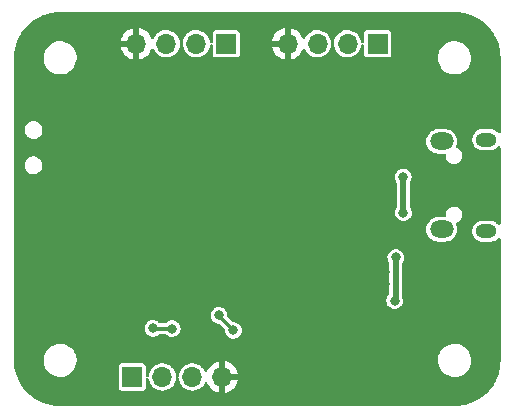
<source format=gbr>
%TF.GenerationSoftware,KiCad,Pcbnew,(6.0.10)*%
%TF.CreationDate,2023-05-01T12:45:21+05:45*%
%TF.ProjectId,arduino,61726475-696e-46f2-9e6b-696361645f70,rev?*%
%TF.SameCoordinates,Original*%
%TF.FileFunction,Copper,L2,Bot*%
%TF.FilePolarity,Positive*%
%FSLAX46Y46*%
G04 Gerber Fmt 4.6, Leading zero omitted, Abs format (unit mm)*
G04 Created by KiCad (PCBNEW (6.0.10)) date 2023-05-01 12:45:21*
%MOMM*%
%LPD*%
G01*
G04 APERTURE LIST*
%TA.AperFunction,ComponentPad*%
%ADD10O,1.800000X1.150000*%
%TD*%
%TA.AperFunction,ComponentPad*%
%ADD11O,2.000000X1.450000*%
%TD*%
%TA.AperFunction,ComponentPad*%
%ADD12R,1.700000X1.700000*%
%TD*%
%TA.AperFunction,ComponentPad*%
%ADD13O,1.700000X1.700000*%
%TD*%
%TA.AperFunction,ViaPad*%
%ADD14C,0.800000*%
%TD*%
%TA.AperFunction,Conductor*%
%ADD15C,0.300000*%
%TD*%
%TA.AperFunction,Conductor*%
%ADD16C,0.500000*%
%TD*%
G04 APERTURE END LIST*
D10*
%TO.P,J4,6,Shield*%
%TO.N,unconnected-(J4-Pad6)*%
X121850000Y-85275000D03*
D11*
X118050000Y-77675000D03*
D10*
X121850000Y-77525000D03*
D11*
X118050000Y-85125000D03*
%TD*%
D12*
%TO.P,J3,1,Pin_1*%
%TO.N,+3.3V*%
X112630000Y-69400000D03*
D13*
%TO.P,J3,2,Pin_2*%
%TO.N,/SWDIO*%
X110090000Y-69400000D03*
%TO.P,J3,3,Pin_3*%
%TO.N,/SWCLK*%
X107550000Y-69400000D03*
%TO.P,J3,4,Pin_4*%
%TO.N,GND*%
X105010000Y-69400000D03*
%TD*%
%TO.P,J1,4,Pin_4*%
%TO.N,GND*%
X92210000Y-69400000D03*
%TO.P,J1,3,Pin_3*%
%TO.N,/USART1_RX*%
X94750000Y-69400000D03*
%TO.P,J1,2,Pin_2*%
%TO.N,/USART1_TX*%
X97290000Y-69400000D03*
D12*
%TO.P,J1,1,Pin_1*%
%TO.N,+3.3V*%
X99830000Y-69400000D03*
%TD*%
%TO.P,J2,1,Pin_1*%
%TO.N,+3.3V*%
X91870000Y-97620000D03*
D13*
%TO.P,J2,2,Pin_2*%
%TO.N,/I2C2_SCL*%
X94410000Y-97620000D03*
%TO.P,J2,3,Pin_3*%
%TO.N,/I2C2_SDA*%
X96950000Y-97620000D03*
%TO.P,J2,4,Pin_4*%
%TO.N,GND*%
X99490000Y-97620000D03*
%TD*%
D14*
%TO.N,GND*%
X93500000Y-82125000D03*
X93400000Y-84475000D03*
X94725000Y-83825000D03*
%TO.N,+3.3V*%
X114075000Y-91150000D03*
X114175000Y-87500000D03*
X114825000Y-83700000D03*
X114800000Y-80700500D03*
X93625000Y-93500000D03*
X95242477Y-93517477D03*
X99200000Y-92400000D03*
X100425000Y-93675000D03*
%TO.N,GND*%
X113050000Y-97300000D03*
X111875000Y-97325000D03*
X110700000Y-97975000D03*
X109400000Y-97975000D03*
X114200000Y-97900000D03*
X113225000Y-88700000D03*
X113225000Y-89775000D03*
X95625000Y-80325000D03*
X90400000Y-78625000D03*
X104800000Y-85350000D03*
X94100000Y-88500000D03*
X100300000Y-79825000D03*
X119550000Y-80000000D03*
X88725000Y-83675000D03*
X100200000Y-88600000D03*
X96025000Y-86825000D03*
X87050000Y-75275000D03*
X109400000Y-80550000D03*
X99704362Y-83611409D03*
%TD*%
D15*
%TO.N,+3.3V*%
X99200000Y-92450000D02*
X99200000Y-92400000D01*
X100425000Y-93675000D02*
X99200000Y-92450000D01*
D16*
X114800000Y-83675000D02*
X114800000Y-80700500D01*
X114825000Y-83700000D02*
X114800000Y-83675000D01*
X114175000Y-87500000D02*
X114175000Y-91050000D01*
X114175000Y-91050000D02*
X114075000Y-91150000D01*
D15*
X93642477Y-93517477D02*
X93625000Y-93500000D01*
X95242477Y-93517477D02*
X93642477Y-93517477D01*
%TD*%
%TA.AperFunction,Conductor*%
%TO.N,GND*%
G36*
X119134391Y-66702384D02*
G01*
X119150000Y-66705136D01*
X119160684Y-66703252D01*
X119166593Y-66703252D01*
X119184555Y-66702098D01*
X119360530Y-66710234D01*
X119504084Y-66716871D01*
X119515473Y-66717926D01*
X119860864Y-66766106D01*
X119872108Y-66768208D01*
X120041840Y-66808129D01*
X120211565Y-66848048D01*
X120222581Y-66851182D01*
X120553231Y-66962005D01*
X120563911Y-66966143D01*
X120882909Y-67106994D01*
X120893162Y-67112099D01*
X121197815Y-67281789D01*
X121207542Y-67287811D01*
X121392680Y-67414634D01*
X121495250Y-67484896D01*
X121504390Y-67491799D01*
X121772666Y-67714573D01*
X121781130Y-67722289D01*
X122027711Y-67968870D01*
X122035427Y-67977334D01*
X122258201Y-68245610D01*
X122265104Y-68254750D01*
X122455955Y-68533357D01*
X122462185Y-68542452D01*
X122468211Y-68552185D01*
X122512344Y-68631419D01*
X122637901Y-68856838D01*
X122643006Y-68867091D01*
X122783857Y-69186089D01*
X122787995Y-69196769D01*
X122898818Y-69527419D01*
X122901952Y-69538435D01*
X122913199Y-69586253D01*
X122967648Y-69817752D01*
X122981791Y-69877885D01*
X122983894Y-69889136D01*
X123030137Y-70220644D01*
X123032073Y-70234520D01*
X123033129Y-70245916D01*
X123036142Y-70311068D01*
X123047902Y-70565445D01*
X123046748Y-70583407D01*
X123046748Y-70589316D01*
X123044864Y-70600000D01*
X123046748Y-70610683D01*
X123047616Y-70615606D01*
X123049500Y-70637139D01*
X123049500Y-76864565D01*
X123029815Y-76931604D01*
X122977011Y-76977359D01*
X122907853Y-76987303D01*
X122844297Y-76958278D01*
X122830789Y-76944602D01*
X122786655Y-76892376D01*
X122786653Y-76892374D01*
X122782322Y-76887249D01*
X122696756Y-76821829D01*
X122636544Y-76775793D01*
X122636541Y-76775791D01*
X122631207Y-76771713D01*
X122565047Y-76740862D01*
X122464891Y-76694159D01*
X122458807Y-76691322D01*
X122452262Y-76689859D01*
X122452259Y-76689858D01*
X122340522Y-76664882D01*
X122273166Y-76649826D01*
X122267335Y-76649500D01*
X121477483Y-76649500D01*
X121335891Y-76664882D01*
X121155604Y-76725555D01*
X120992553Y-76823526D01*
X120987676Y-76828138D01*
X120860406Y-76948491D01*
X120854342Y-76954225D01*
X120850569Y-76959777D01*
X120850568Y-76959778D01*
X120752480Y-77104112D01*
X120747422Y-77111554D01*
X120744930Y-77117784D01*
X120744928Y-77117788D01*
X120730993Y-77152628D01*
X120676779Y-77288173D01*
X120675683Y-77294796D01*
X120675682Y-77294798D01*
X120647043Y-77467797D01*
X120645711Y-77475840D01*
X120655667Y-77665801D01*
X120706181Y-77849193D01*
X120794898Y-78017460D01*
X120799229Y-78022585D01*
X120799231Y-78022588D01*
X120890554Y-78130654D01*
X120917678Y-78162751D01*
X120958016Y-78193592D01*
X121063456Y-78274207D01*
X121063459Y-78274209D01*
X121068793Y-78278287D01*
X121074882Y-78281126D01*
X121074883Y-78281127D01*
X121212568Y-78345330D01*
X121241193Y-78358678D01*
X121247738Y-78360141D01*
X121247741Y-78360142D01*
X121316915Y-78375604D01*
X121426834Y-78400174D01*
X121432665Y-78400500D01*
X122222517Y-78400500D01*
X122364109Y-78385118D01*
X122392380Y-78375604D01*
X122538025Y-78326589D01*
X122538024Y-78326589D01*
X122544396Y-78324445D01*
X122707447Y-78226474D01*
X122840303Y-78100839D01*
X122902536Y-78069081D01*
X122972061Y-78076010D01*
X123026804Y-78119427D01*
X123049500Y-78190936D01*
X123049500Y-84614565D01*
X123029815Y-84681604D01*
X122977011Y-84727359D01*
X122907853Y-84737303D01*
X122844297Y-84708278D01*
X122830789Y-84694602D01*
X122786655Y-84642376D01*
X122786653Y-84642374D01*
X122782322Y-84637249D01*
X122697231Y-84572192D01*
X122636544Y-84525793D01*
X122636541Y-84525791D01*
X122631207Y-84521713D01*
X122604307Y-84509169D01*
X122464891Y-84444159D01*
X122458807Y-84441322D01*
X122452262Y-84439859D01*
X122452259Y-84439858D01*
X122340522Y-84414882D01*
X122273166Y-84399826D01*
X122267335Y-84399500D01*
X121477483Y-84399500D01*
X121335891Y-84414882D01*
X121155604Y-84475555D01*
X120992553Y-84573526D01*
X120854342Y-84704225D01*
X120850569Y-84709777D01*
X120850568Y-84709778D01*
X120801120Y-84782540D01*
X120747422Y-84861554D01*
X120744930Y-84867784D01*
X120744928Y-84867788D01*
X120724926Y-84917797D01*
X120676779Y-85038173D01*
X120645711Y-85225840D01*
X120655667Y-85415801D01*
X120706181Y-85599193D01*
X120794898Y-85767460D01*
X120799229Y-85772585D01*
X120799231Y-85772588D01*
X120913345Y-85907624D01*
X120917678Y-85912751D01*
X120958016Y-85943592D01*
X121063456Y-86024207D01*
X121063459Y-86024209D01*
X121068793Y-86028287D01*
X121074882Y-86031126D01*
X121074883Y-86031127D01*
X121235109Y-86105841D01*
X121241193Y-86108678D01*
X121247738Y-86110141D01*
X121247741Y-86110142D01*
X121339890Y-86130740D01*
X121426834Y-86150174D01*
X121432665Y-86150500D01*
X122222517Y-86150500D01*
X122364109Y-86135118D01*
X122544396Y-86074445D01*
X122707447Y-85976474D01*
X122840303Y-85850839D01*
X122902536Y-85819081D01*
X122972061Y-85826010D01*
X123026804Y-85869427D01*
X123049500Y-85940936D01*
X123049500Y-96162861D01*
X123047616Y-96184391D01*
X123044864Y-96200000D01*
X123046748Y-96210684D01*
X123046748Y-96216593D01*
X123047902Y-96234555D01*
X123044778Y-96302125D01*
X123034971Y-96514262D01*
X123033130Y-96554076D01*
X123032074Y-96565473D01*
X123004809Y-96760935D01*
X122983896Y-96910856D01*
X122981792Y-96922108D01*
X122941871Y-97091840D01*
X122901952Y-97261565D01*
X122898818Y-97272581D01*
X122787995Y-97603231D01*
X122783857Y-97613911D01*
X122643006Y-97932909D01*
X122637901Y-97943162D01*
X122519953Y-98154921D01*
X122468214Y-98247810D01*
X122462189Y-98257542D01*
X122283564Y-98518302D01*
X122265104Y-98545250D01*
X122258201Y-98554390D01*
X122035427Y-98822666D01*
X122027711Y-98831130D01*
X121781130Y-99077711D01*
X121772666Y-99085427D01*
X121504390Y-99308201D01*
X121495250Y-99315104D01*
X121207542Y-99512189D01*
X121197815Y-99518211D01*
X121057029Y-99596628D01*
X120893162Y-99687901D01*
X120882909Y-99693006D01*
X120563911Y-99833857D01*
X120553231Y-99837995D01*
X120222581Y-99948818D01*
X120211565Y-99951952D01*
X120041840Y-99991871D01*
X119872108Y-100031792D01*
X119860864Y-100033894D01*
X119515473Y-100082074D01*
X119504084Y-100083129D01*
X119360530Y-100089766D01*
X119184555Y-100097902D01*
X119166593Y-100096748D01*
X119160684Y-100096748D01*
X119150000Y-100094864D01*
X119139316Y-100096748D01*
X119139315Y-100096748D01*
X119134387Y-100097617D01*
X119112854Y-100099501D01*
X102446081Y-100099614D01*
X85782382Y-100099726D01*
X85760851Y-100097842D01*
X85745243Y-100095090D01*
X85734558Y-100096974D01*
X85728168Y-100096974D01*
X85710732Y-100098082D01*
X85529659Y-100089458D01*
X85380456Y-100082353D01*
X85368717Y-100081231D01*
X85013085Y-100030103D01*
X85001507Y-100027872D01*
X84652335Y-99943166D01*
X84641023Y-99939845D01*
X84301501Y-99822337D01*
X84290546Y-99817952D01*
X84284740Y-99815301D01*
X83963708Y-99668692D01*
X83953237Y-99663294D01*
X83642087Y-99483653D01*
X83632160Y-99477274D01*
X83339488Y-99268864D01*
X83330212Y-99261569D01*
X83058683Y-99026288D01*
X83050143Y-99018145D01*
X82811041Y-98767382D01*
X82802211Y-98758121D01*
X82794484Y-98749204D01*
X82790002Y-98743504D01*
X82706763Y-98637657D01*
X82610026Y-98514646D01*
X90719500Y-98514646D01*
X90722618Y-98540846D01*
X90768061Y-98643153D01*
X90847287Y-98722241D01*
X90857758Y-98726870D01*
X90857759Y-98726871D01*
X90941147Y-98763737D01*
X90941149Y-98763738D01*
X90949673Y-98767506D01*
X90975354Y-98770500D01*
X92764646Y-98770500D01*
X92768300Y-98770065D01*
X92768302Y-98770065D01*
X92773266Y-98769474D01*
X92790846Y-98767382D01*
X92893153Y-98721939D01*
X92972241Y-98642713D01*
X93017506Y-98540327D01*
X93020500Y-98514646D01*
X93020500Y-97800300D01*
X93040185Y-97733261D01*
X93092989Y-97687506D01*
X93162147Y-97677562D01*
X93225703Y-97706587D01*
X93263477Y-97765365D01*
X93268234Y-97792190D01*
X93268423Y-97795072D01*
X93268425Y-97795082D01*
X93268796Y-97800749D01*
X93320845Y-98005690D01*
X93323219Y-98010841D01*
X93323221Y-98010845D01*
X93360908Y-98092594D01*
X93409369Y-98197714D01*
X93412647Y-98202352D01*
X93511768Y-98342605D01*
X93531405Y-98370391D01*
X93682865Y-98517937D01*
X93687588Y-98521093D01*
X93687592Y-98521096D01*
X93758663Y-98568584D01*
X93858677Y-98635411D01*
X94052953Y-98718878D01*
X94088277Y-98726871D01*
X94253638Y-98764289D01*
X94253642Y-98764290D01*
X94259186Y-98765544D01*
X94385315Y-98770500D01*
X94464789Y-98773623D01*
X94464791Y-98773623D01*
X94470470Y-98773846D01*
X94476090Y-98773031D01*
X94476092Y-98773031D01*
X94674103Y-98744320D01*
X94674104Y-98744320D01*
X94679730Y-98743504D01*
X94698588Y-98737103D01*
X94874565Y-98677367D01*
X94874568Y-98677366D01*
X94879955Y-98675537D01*
X94884916Y-98672759D01*
X94884922Y-98672756D01*
X94991530Y-98613052D01*
X95064442Y-98572219D01*
X95085880Y-98554390D01*
X95222645Y-98440644D01*
X95227012Y-98437012D01*
X95230644Y-98432645D01*
X95358584Y-98278813D01*
X95358585Y-98278811D01*
X95362219Y-98274442D01*
X95434877Y-98144702D01*
X95462756Y-98094922D01*
X95462759Y-98094916D01*
X95465537Y-98089955D01*
X95481232Y-98043721D01*
X95531675Y-97895118D01*
X95533504Y-97889730D01*
X95535726Y-97874404D01*
X95557820Y-97722033D01*
X95586921Y-97658512D01*
X95640225Y-97624346D01*
X95720974Y-97624346D01*
X95774347Y-97658736D01*
X95803296Y-97722327D01*
X95804271Y-97731707D01*
X95808796Y-97800749D01*
X95860845Y-98005690D01*
X95863219Y-98010841D01*
X95863221Y-98010845D01*
X95900908Y-98092594D01*
X95949369Y-98197714D01*
X95952647Y-98202352D01*
X96051768Y-98342605D01*
X96071405Y-98370391D01*
X96222865Y-98517937D01*
X96227588Y-98521093D01*
X96227592Y-98521096D01*
X96298663Y-98568584D01*
X96398677Y-98635411D01*
X96592953Y-98718878D01*
X96628277Y-98726871D01*
X96793638Y-98764289D01*
X96793642Y-98764290D01*
X96799186Y-98765544D01*
X96925315Y-98770500D01*
X97004789Y-98773623D01*
X97004791Y-98773623D01*
X97010470Y-98773846D01*
X97016090Y-98773031D01*
X97016092Y-98773031D01*
X97214103Y-98744320D01*
X97214104Y-98744320D01*
X97219730Y-98743504D01*
X97238588Y-98737103D01*
X97414565Y-98677367D01*
X97414568Y-98677366D01*
X97419955Y-98675537D01*
X97424916Y-98672759D01*
X97424922Y-98672756D01*
X97531530Y-98613052D01*
X97604442Y-98572219D01*
X97625880Y-98554390D01*
X97762645Y-98440644D01*
X97767012Y-98437012D01*
X97770644Y-98432645D01*
X97898584Y-98278813D01*
X97898585Y-98278811D01*
X97902219Y-98274442D01*
X98004059Y-98092594D01*
X98053990Y-98043721D01*
X98122418Y-98029601D01*
X98187617Y-98054717D01*
X98224630Y-98100778D01*
X98314110Y-98292667D01*
X98319508Y-98302017D01*
X98448784Y-98486643D01*
X98455719Y-98494907D01*
X98615091Y-98654279D01*
X98623357Y-98661215D01*
X98807992Y-98790498D01*
X98817324Y-98795886D01*
X99021603Y-98891143D01*
X99031736Y-98894832D01*
X99222779Y-98946022D01*
X99236653Y-98945691D01*
X99240000Y-98937875D01*
X99240000Y-98932806D01*
X99740000Y-98932806D01*
X99743910Y-98946123D01*
X99752326Y-98947333D01*
X99948264Y-98894832D01*
X99958397Y-98891143D01*
X100162676Y-98795886D01*
X100172008Y-98790498D01*
X100356643Y-98661215D01*
X100364909Y-98654279D01*
X100524281Y-98494907D01*
X100531216Y-98486643D01*
X100660492Y-98302017D01*
X100665890Y-98292667D01*
X100761143Y-98088397D01*
X100764832Y-98078264D01*
X100816022Y-97887221D01*
X100815691Y-97873347D01*
X100807875Y-97870000D01*
X99757830Y-97870000D01*
X99742831Y-97874404D01*
X99741644Y-97875774D01*
X99740000Y-97883332D01*
X99740000Y-98932806D01*
X99240000Y-98932806D01*
X99240000Y-97352170D01*
X99740000Y-97352170D01*
X99744404Y-97367169D01*
X99745774Y-97368356D01*
X99753332Y-97370000D01*
X100802806Y-97370000D01*
X100816123Y-97366090D01*
X100817333Y-97357674D01*
X100764832Y-97161736D01*
X100761143Y-97151603D01*
X100665890Y-96947333D01*
X100660492Y-96937983D01*
X100531216Y-96753357D01*
X100524281Y-96745093D01*
X100364909Y-96585721D01*
X100356643Y-96578785D01*
X100172008Y-96449502D01*
X100162676Y-96444114D01*
X99958397Y-96348857D01*
X99948264Y-96345168D01*
X99757221Y-96293978D01*
X99743347Y-96294309D01*
X99740000Y-96302125D01*
X99740000Y-97352170D01*
X99240000Y-97352170D01*
X99240000Y-96307194D01*
X99236090Y-96293877D01*
X99227674Y-96292667D01*
X99031736Y-96345168D01*
X99021603Y-96348857D01*
X98817333Y-96444110D01*
X98807983Y-96449508D01*
X98623357Y-96578784D01*
X98615093Y-96585719D01*
X98455719Y-96745093D01*
X98448784Y-96753357D01*
X98319508Y-96937983D01*
X98314110Y-96947333D01*
X98222664Y-97143438D01*
X98176491Y-97195877D01*
X98109298Y-97215029D01*
X98042417Y-97194813D01*
X97999071Y-97145878D01*
X97935165Y-97016290D01*
X97808651Y-96846867D01*
X97804481Y-96843012D01*
X97804478Y-96843009D01*
X97698552Y-96745093D01*
X97653381Y-96703337D01*
X97647574Y-96699673D01*
X97479363Y-96593539D01*
X97479361Y-96593538D01*
X97474554Y-96590505D01*
X97278160Y-96512152D01*
X97272579Y-96511042D01*
X97272576Y-96511041D01*
X97174468Y-96491527D01*
X97070775Y-96470901D01*
X97065088Y-96470827D01*
X97065083Y-96470826D01*
X96865034Y-96468207D01*
X96865029Y-96468207D01*
X96859346Y-96468133D01*
X96853742Y-96469096D01*
X96853741Y-96469096D01*
X96656550Y-96502979D01*
X96656547Y-96502980D01*
X96650953Y-96503941D01*
X96452575Y-96577127D01*
X96447697Y-96580029D01*
X96447695Y-96580030D01*
X96275740Y-96682332D01*
X96275737Y-96682334D01*
X96270856Y-96685238D01*
X96111881Y-96824655D01*
X96108362Y-96829119D01*
X96108359Y-96829122D01*
X96090782Y-96851419D01*
X95980976Y-96990708D01*
X95882523Y-97177836D01*
X95880837Y-97183267D01*
X95880835Y-97183271D01*
X95828391Y-97352170D01*
X95819820Y-97379773D01*
X95802851Y-97523140D01*
X95775425Y-97587398D01*
X95720974Y-97624346D01*
X95640225Y-97624346D01*
X95640667Y-97624063D01*
X95588057Y-97592081D01*
X95557453Y-97529271D01*
X95556232Y-97519909D01*
X95546601Y-97415100D01*
X95546081Y-97409440D01*
X95488686Y-97205931D01*
X95395165Y-97016290D01*
X95268651Y-96846867D01*
X95264481Y-96843012D01*
X95264478Y-96843009D01*
X95158552Y-96745093D01*
X95113381Y-96703337D01*
X95107574Y-96699673D01*
X94939363Y-96593539D01*
X94939361Y-96593538D01*
X94934554Y-96590505D01*
X94738160Y-96512152D01*
X94732579Y-96511042D01*
X94732576Y-96511041D01*
X94634468Y-96491527D01*
X94530775Y-96470901D01*
X94525088Y-96470827D01*
X94525083Y-96470826D01*
X94325034Y-96468207D01*
X94325029Y-96468207D01*
X94319346Y-96468133D01*
X94313742Y-96469096D01*
X94313741Y-96469096D01*
X94116550Y-96502979D01*
X94116547Y-96502980D01*
X94110953Y-96503941D01*
X93912575Y-96577127D01*
X93907697Y-96580029D01*
X93907695Y-96580030D01*
X93735740Y-96682332D01*
X93735737Y-96682334D01*
X93730856Y-96685238D01*
X93571881Y-96824655D01*
X93568362Y-96829119D01*
X93568359Y-96829122D01*
X93550782Y-96851419D01*
X93440976Y-96990708D01*
X93342523Y-97177836D01*
X93340837Y-97183267D01*
X93340835Y-97183271D01*
X93288391Y-97352170D01*
X93279820Y-97379773D01*
X93279152Y-97385418D01*
X93279151Y-97385422D01*
X93267640Y-97482681D01*
X93240213Y-97546942D01*
X93182397Y-97586173D01*
X93112549Y-97587919D01*
X93052845Y-97551625D01*
X93022241Y-97488814D01*
X93020500Y-97468106D01*
X93020500Y-96725354D01*
X93017382Y-96699154D01*
X92971939Y-96596847D01*
X92892713Y-96517759D01*
X92882242Y-96513130D01*
X92882241Y-96513129D01*
X92798853Y-96476263D01*
X92798851Y-96476262D01*
X92790327Y-96472494D01*
X92764646Y-96469500D01*
X90975354Y-96469500D01*
X90971700Y-96469935D01*
X90971698Y-96469935D01*
X90966734Y-96470526D01*
X90949154Y-96472618D01*
X90846847Y-96518061D01*
X90767759Y-96597287D01*
X90763130Y-96607758D01*
X90763129Y-96607759D01*
X90728876Y-96685238D01*
X90722494Y-96699673D01*
X90719500Y-96725354D01*
X90719500Y-98514646D01*
X82610026Y-98514646D01*
X82572385Y-98466781D01*
X82565540Y-98457168D01*
X82371299Y-98154921D01*
X82365399Y-98144702D01*
X82200766Y-97825355D01*
X82195864Y-97814621D01*
X82062330Y-97481066D01*
X82058471Y-97469914D01*
X82000530Y-97272581D01*
X81957252Y-97125184D01*
X81954471Y-97113720D01*
X81886479Y-96760928D01*
X81884800Y-96749255D01*
X81882870Y-96729035D01*
X81853403Y-96420416D01*
X81853695Y-96402077D01*
X81853417Y-96396247D01*
X81854791Y-96385484D01*
X81852400Y-96374897D01*
X81851967Y-96365812D01*
X81850500Y-96352658D01*
X81850500Y-96133789D01*
X84345996Y-96133789D01*
X84347495Y-96173708D01*
X84354071Y-96348857D01*
X84354913Y-96371295D01*
X84355990Y-96376430D01*
X84355991Y-96376435D01*
X84402639Y-96598758D01*
X84403719Y-96603904D01*
X84405648Y-96608788D01*
X84405649Y-96608792D01*
X84437320Y-96688987D01*
X84491020Y-96824963D01*
X84493741Y-96829447D01*
X84493743Y-96829451D01*
X84602593Y-97008829D01*
X84614319Y-97028153D01*
X84617766Y-97032125D01*
X84758939Y-97194813D01*
X84770090Y-97207664D01*
X84953880Y-97358362D01*
X84958441Y-97360958D01*
X84958442Y-97360959D01*
X85155875Y-97473345D01*
X85155880Y-97473347D01*
X85160433Y-97475939D01*
X85383844Y-97557034D01*
X85617725Y-97599326D01*
X85642619Y-97600500D01*
X85809680Y-97600500D01*
X85812296Y-97600278D01*
X85812297Y-97600278D01*
X85921373Y-97591023D01*
X85986823Y-97585469D01*
X86216874Y-97525760D01*
X86433576Y-97428143D01*
X86630732Y-97295409D01*
X86802705Y-97131355D01*
X86944579Y-96940670D01*
X86959737Y-96910856D01*
X87049913Y-96733493D01*
X87049915Y-96733488D01*
X87052295Y-96728807D01*
X87054475Y-96721788D01*
X87121215Y-96506848D01*
X87122775Y-96501824D01*
X87126663Y-96472494D01*
X87153315Y-96271412D01*
X87153315Y-96271408D01*
X87154004Y-96266211D01*
X87149032Y-96133789D01*
X117745996Y-96133789D01*
X117747495Y-96173708D01*
X117754071Y-96348857D01*
X117754913Y-96371295D01*
X117755990Y-96376430D01*
X117755991Y-96376435D01*
X117802639Y-96598758D01*
X117803719Y-96603904D01*
X117805648Y-96608788D01*
X117805649Y-96608792D01*
X117837320Y-96688987D01*
X117891020Y-96824963D01*
X117893741Y-96829447D01*
X117893743Y-96829451D01*
X118002593Y-97008829D01*
X118014319Y-97028153D01*
X118017766Y-97032125D01*
X118158939Y-97194813D01*
X118170090Y-97207664D01*
X118353880Y-97358362D01*
X118358441Y-97360958D01*
X118358442Y-97360959D01*
X118555875Y-97473345D01*
X118555880Y-97473347D01*
X118560433Y-97475939D01*
X118783844Y-97557034D01*
X119017725Y-97599326D01*
X119042619Y-97600500D01*
X119209680Y-97600500D01*
X119212296Y-97600278D01*
X119212297Y-97600278D01*
X119321373Y-97591023D01*
X119386823Y-97585469D01*
X119616874Y-97525760D01*
X119833576Y-97428143D01*
X120030732Y-97295409D01*
X120202705Y-97131355D01*
X120344579Y-96940670D01*
X120359737Y-96910856D01*
X120449913Y-96733493D01*
X120449915Y-96733488D01*
X120452295Y-96728807D01*
X120454475Y-96721788D01*
X120521215Y-96506848D01*
X120522775Y-96501824D01*
X120526663Y-96472494D01*
X120553315Y-96271412D01*
X120553315Y-96271408D01*
X120554004Y-96266211D01*
X120545087Y-96028705D01*
X120517700Y-95898176D01*
X120497361Y-95801242D01*
X120497360Y-95801239D01*
X120496281Y-95796096D01*
X120408980Y-95575037D01*
X120341607Y-95464009D01*
X120288408Y-95376341D01*
X120285681Y-95371847D01*
X120129910Y-95192336D01*
X119946120Y-95041638D01*
X119828687Y-94974791D01*
X119744125Y-94926655D01*
X119744120Y-94926653D01*
X119739567Y-94924061D01*
X119516156Y-94842966D01*
X119282275Y-94800674D01*
X119257381Y-94799500D01*
X119090320Y-94799500D01*
X119087704Y-94799722D01*
X119087703Y-94799722D01*
X119076484Y-94800674D01*
X118913177Y-94814531D01*
X118683126Y-94874240D01*
X118466424Y-94971857D01*
X118269268Y-95104591D01*
X118097295Y-95268645D01*
X117955421Y-95459330D01*
X117953042Y-95464008D01*
X117953042Y-95464009D01*
X117898875Y-95570549D01*
X117847705Y-95671193D01*
X117777225Y-95898176D01*
X117745996Y-96133789D01*
X87149032Y-96133789D01*
X87145087Y-96028705D01*
X87117700Y-95898176D01*
X87097361Y-95801242D01*
X87097360Y-95801239D01*
X87096281Y-95796096D01*
X87008980Y-95575037D01*
X86941607Y-95464009D01*
X86888408Y-95376341D01*
X86885681Y-95371847D01*
X86729910Y-95192336D01*
X86546120Y-95041638D01*
X86428687Y-94974791D01*
X86344125Y-94926655D01*
X86344120Y-94926653D01*
X86339567Y-94924061D01*
X86116156Y-94842966D01*
X85882275Y-94800674D01*
X85857381Y-94799500D01*
X85690320Y-94799500D01*
X85687704Y-94799722D01*
X85687703Y-94799722D01*
X85676484Y-94800674D01*
X85513177Y-94814531D01*
X85283126Y-94874240D01*
X85066424Y-94971857D01*
X84869268Y-95104591D01*
X84697295Y-95268645D01*
X84555421Y-95459330D01*
X84553042Y-95464008D01*
X84553042Y-95464009D01*
X84498875Y-95570549D01*
X84447705Y-95671193D01*
X84377225Y-95898176D01*
X84345996Y-96133789D01*
X81850500Y-96133789D01*
X81850500Y-93492611D01*
X92919394Y-93492611D01*
X92920214Y-93500039D01*
X92920214Y-93500041D01*
X92924215Y-93536277D01*
X92937999Y-93661135D01*
X92940565Y-93668147D01*
X92940566Y-93668151D01*
X92952262Y-93700111D01*
X92996266Y-93820356D01*
X93000433Y-93826558D01*
X93000435Y-93826561D01*
X93025254Y-93863495D01*
X93090830Y-93961083D01*
X93096360Y-93966115D01*
X93210702Y-94070159D01*
X93210706Y-94070162D01*
X93216233Y-94075191D01*
X93365235Y-94156092D01*
X93448915Y-94178045D01*
X93522005Y-94197220D01*
X93522007Y-94197220D01*
X93529233Y-94199116D01*
X93612178Y-94200419D01*
X93691290Y-94201662D01*
X93691293Y-94201662D01*
X93698760Y-94201779D01*
X93837521Y-94169999D01*
X93856738Y-94165598D01*
X93856739Y-94165598D01*
X93864029Y-94163928D01*
X93939111Y-94126166D01*
X94008820Y-94091106D01*
X94008822Y-94091105D01*
X94015498Y-94087747D01*
X94120944Y-93997687D01*
X94184705Y-93969116D01*
X94201476Y-93967977D01*
X94648704Y-93967977D01*
X94715743Y-93987662D01*
X94732157Y-94000263D01*
X94828175Y-94087632D01*
X94828177Y-94087634D01*
X94833710Y-94092668D01*
X94982712Y-94173569D01*
X95072864Y-94197220D01*
X95139482Y-94214697D01*
X95139484Y-94214697D01*
X95146710Y-94216593D01*
X95229655Y-94217896D01*
X95308767Y-94219139D01*
X95308770Y-94219139D01*
X95316237Y-94219256D01*
X95438686Y-94191212D01*
X95474215Y-94183075D01*
X95474216Y-94183075D01*
X95481506Y-94181405D01*
X95583958Y-94129877D01*
X95626297Y-94108583D01*
X95626299Y-94108582D01*
X95632975Y-94105224D01*
X95638657Y-94100371D01*
X95638660Y-94100369D01*
X95756218Y-93999964D01*
X95761900Y-93995111D01*
X95860838Y-93857424D01*
X95924078Y-93700111D01*
X95926127Y-93685715D01*
X95947395Y-93536277D01*
X95947395Y-93536271D01*
X95947967Y-93532255D01*
X95948122Y-93517477D01*
X95927753Y-93349157D01*
X95915810Y-93317550D01*
X95870466Y-93197550D01*
X95870464Y-93197547D01*
X95867822Y-93190554D01*
X95856105Y-93173506D01*
X95776026Y-93056990D01*
X95776023Y-93056987D01*
X95771789Y-93050826D01*
X95729817Y-93013430D01*
X95650780Y-92943010D01*
X95650778Y-92943009D01*
X95645198Y-92938037D01*
X95630824Y-92930426D01*
X95570278Y-92898369D01*
X95495358Y-92858701D01*
X95330918Y-92817396D01*
X95244725Y-92816945D01*
X95168845Y-92816547D01*
X95168844Y-92816547D01*
X95161372Y-92816508D01*
X95139712Y-92821708D01*
X95003772Y-92854345D01*
X95003770Y-92854346D01*
X94996509Y-92856089D01*
X94989876Y-92859512D01*
X94989872Y-92859514D01*
X94922942Y-92894060D01*
X94845846Y-92933852D01*
X94731104Y-93033948D01*
X94728271Y-93036419D01*
X94664813Y-93065655D01*
X94646757Y-93066977D01*
X94238750Y-93066977D01*
X94171711Y-93047292D01*
X94154818Y-93032781D01*
X94154312Y-93033349D01*
X94033303Y-92925533D01*
X94033301Y-92925532D01*
X94027721Y-92920560D01*
X94013347Y-92912949D01*
X93884489Y-92844723D01*
X93877881Y-92841224D01*
X93713441Y-92799919D01*
X93627248Y-92799468D01*
X93551368Y-92799070D01*
X93551367Y-92799070D01*
X93543895Y-92799031D01*
X93522235Y-92804231D01*
X93386295Y-92836868D01*
X93386293Y-92836869D01*
X93379032Y-92838612D01*
X93372399Y-92842035D01*
X93372395Y-92842037D01*
X93343638Y-92856880D01*
X93228369Y-92916375D01*
X93222737Y-92921288D01*
X93115997Y-93014403D01*
X93100604Y-93027831D01*
X93003113Y-93166547D01*
X92941524Y-93324513D01*
X92940548Y-93331923D01*
X92940548Y-93331925D01*
X92937501Y-93355073D01*
X92919394Y-93492611D01*
X81850500Y-93492611D01*
X81850500Y-92392611D01*
X98494394Y-92392611D01*
X98495214Y-92400039D01*
X98495214Y-92400041D01*
X98504921Y-92487967D01*
X98512999Y-92561135D01*
X98515565Y-92568147D01*
X98515566Y-92568151D01*
X98568697Y-92713336D01*
X98571266Y-92720356D01*
X98575433Y-92726558D01*
X98575435Y-92726561D01*
X98624730Y-92799919D01*
X98665830Y-92861083D01*
X98671360Y-92866115D01*
X98785702Y-92970159D01*
X98785706Y-92970162D01*
X98791233Y-92975191D01*
X98940235Y-93056092D01*
X99035585Y-93081107D01*
X99097005Y-93097220D01*
X99097007Y-93097220D01*
X99104233Y-93099116D01*
X99163515Y-93100047D01*
X99230236Y-93120782D01*
X99249248Y-93136351D01*
X99684058Y-93571161D01*
X99717543Y-93632484D01*
X99720370Y-93660139D01*
X99720369Y-93660203D01*
X99719394Y-93667611D01*
X99720214Y-93675039D01*
X99720214Y-93675040D01*
X99721393Y-93685715D01*
X99737999Y-93836135D01*
X99740565Y-93843147D01*
X99740566Y-93843151D01*
X99781453Y-93954877D01*
X99796266Y-93995356D01*
X99800433Y-94001558D01*
X99800435Y-94001561D01*
X99852311Y-94078760D01*
X99890830Y-94136083D01*
X99896360Y-94141115D01*
X100010702Y-94245159D01*
X100010706Y-94245162D01*
X100016233Y-94250191D01*
X100165235Y-94331092D01*
X100260585Y-94356107D01*
X100322005Y-94372220D01*
X100322007Y-94372220D01*
X100329233Y-94374116D01*
X100412178Y-94375419D01*
X100491290Y-94376662D01*
X100491293Y-94376662D01*
X100498760Y-94376779D01*
X100621209Y-94348735D01*
X100656738Y-94340598D01*
X100656739Y-94340598D01*
X100664029Y-94338928D01*
X100739111Y-94301166D01*
X100808820Y-94266106D01*
X100808822Y-94266105D01*
X100815498Y-94262747D01*
X100821180Y-94257894D01*
X100821183Y-94257892D01*
X100938741Y-94157487D01*
X100944423Y-94152634D01*
X101043361Y-94014947D01*
X101106601Y-93857634D01*
X101110718Y-93828707D01*
X101129918Y-93693800D01*
X101129918Y-93693794D01*
X101130490Y-93689778D01*
X101130645Y-93675000D01*
X101113371Y-93532255D01*
X101111175Y-93514105D01*
X101111174Y-93514101D01*
X101110276Y-93506680D01*
X101050345Y-93348077D01*
X101029364Y-93317550D01*
X100958549Y-93214513D01*
X100958546Y-93214510D01*
X100954312Y-93208349D01*
X100873504Y-93136351D01*
X100833303Y-93100533D01*
X100833301Y-93100532D01*
X100827721Y-93095560D01*
X100677881Y-93016224D01*
X100513441Y-92974919D01*
X100412207Y-92974389D01*
X100345271Y-92954354D01*
X100325175Y-92938072D01*
X99936394Y-92549290D01*
X99902909Y-92487967D01*
X99901312Y-92444139D01*
X99904917Y-92418803D01*
X99905490Y-92414778D01*
X99905645Y-92400000D01*
X99885276Y-92231680D01*
X99825345Y-92073077D01*
X99816657Y-92060436D01*
X99733549Y-91939513D01*
X99733546Y-91939510D01*
X99729312Y-91933349D01*
X99687340Y-91895953D01*
X99608303Y-91825533D01*
X99608301Y-91825532D01*
X99602721Y-91820560D01*
X99593350Y-91815598D01*
X99459489Y-91744723D01*
X99452881Y-91741224D01*
X99288441Y-91699919D01*
X99202248Y-91699468D01*
X99126368Y-91699070D01*
X99126367Y-91699070D01*
X99118895Y-91699031D01*
X99097235Y-91704231D01*
X98961295Y-91736868D01*
X98961293Y-91736869D01*
X98954032Y-91738612D01*
X98947399Y-91742035D01*
X98947395Y-91742037D01*
X98880465Y-91776583D01*
X98803369Y-91816375D01*
X98797737Y-91821288D01*
X98762919Y-91851662D01*
X98675604Y-91927831D01*
X98578113Y-92066547D01*
X98516524Y-92224513D01*
X98494394Y-92392611D01*
X81850500Y-92392611D01*
X81850500Y-91142611D01*
X113369394Y-91142611D01*
X113370214Y-91150039D01*
X113370214Y-91150041D01*
X113371841Y-91164778D01*
X113387999Y-91311135D01*
X113390565Y-91318147D01*
X113390566Y-91318151D01*
X113443697Y-91463336D01*
X113446266Y-91470356D01*
X113450433Y-91476558D01*
X113450435Y-91476561D01*
X113463510Y-91496018D01*
X113540830Y-91611083D01*
X113546360Y-91616115D01*
X113660702Y-91720159D01*
X113660706Y-91720162D01*
X113666233Y-91725191D01*
X113815235Y-91806092D01*
X113870384Y-91820560D01*
X113972005Y-91847220D01*
X113972007Y-91847220D01*
X113979233Y-91849116D01*
X114062178Y-91850419D01*
X114141290Y-91851662D01*
X114141293Y-91851662D01*
X114148760Y-91851779D01*
X114285072Y-91820560D01*
X114306738Y-91815598D01*
X114306739Y-91815598D01*
X114314029Y-91813928D01*
X114451628Y-91744723D01*
X114458820Y-91741106D01*
X114458822Y-91741105D01*
X114465498Y-91737747D01*
X114471180Y-91732894D01*
X114471183Y-91732892D01*
X114588741Y-91632487D01*
X114594423Y-91627634D01*
X114693361Y-91489947D01*
X114756601Y-91332634D01*
X114780490Y-91164778D01*
X114780645Y-91150000D01*
X114760276Y-90981680D01*
X114733505Y-90910832D01*
X114725500Y-90867002D01*
X114725500Y-87974318D01*
X114748802Y-87901959D01*
X114788999Y-87846019D01*
X114789003Y-87846012D01*
X114793361Y-87839947D01*
X114856601Y-87682634D01*
X114880490Y-87514778D01*
X114880645Y-87500000D01*
X114860276Y-87331680D01*
X114800345Y-87173077D01*
X114791657Y-87160436D01*
X114708549Y-87039513D01*
X114708546Y-87039510D01*
X114704312Y-87033349D01*
X114577721Y-86920560D01*
X114563347Y-86912949D01*
X114434489Y-86844723D01*
X114427881Y-86841224D01*
X114263441Y-86799919D01*
X114177248Y-86799468D01*
X114101368Y-86799070D01*
X114101367Y-86799070D01*
X114093895Y-86799031D01*
X114072235Y-86804231D01*
X113936295Y-86836868D01*
X113936293Y-86836869D01*
X113929032Y-86838612D01*
X113922399Y-86842035D01*
X113922395Y-86842037D01*
X113855465Y-86876583D01*
X113778369Y-86916375D01*
X113650604Y-87027831D01*
X113553113Y-87166547D01*
X113491524Y-87324513D01*
X113469394Y-87492611D01*
X113470214Y-87500039D01*
X113470214Y-87500041D01*
X113471841Y-87514778D01*
X113487999Y-87661135D01*
X113490565Y-87668147D01*
X113490566Y-87668151D01*
X113543697Y-87813336D01*
X113546266Y-87820356D01*
X113550433Y-87826557D01*
X113550438Y-87826567D01*
X113603421Y-87905413D01*
X113624500Y-87974573D01*
X113624500Y-90556989D01*
X113604815Y-90624028D01*
X113582015Y-90650430D01*
X113550604Y-90677831D01*
X113453113Y-90816547D01*
X113391524Y-90974513D01*
X113369394Y-91142611D01*
X81850500Y-91142611D01*
X81850500Y-85117806D01*
X116744563Y-85117806D01*
X116745112Y-85123839D01*
X116745112Y-85123843D01*
X116754395Y-85225840D01*
X116762790Y-85318089D01*
X116819572Y-85511018D01*
X116912746Y-85689243D01*
X117038763Y-85845976D01*
X117192823Y-85975248D01*
X117369058Y-86072134D01*
X117374840Y-86073968D01*
X117374842Y-86073969D01*
X117554976Y-86131111D01*
X117554978Y-86131111D01*
X117560755Y-86132944D01*
X117615287Y-86139061D01*
X117713815Y-86150113D01*
X117713821Y-86150113D01*
X117717268Y-86150500D01*
X118375606Y-86150500D01*
X118378621Y-86150204D01*
X118378629Y-86150204D01*
X118519115Y-86136429D01*
X118519117Y-86136429D01*
X118525151Y-86135837D01*
X118717679Y-86077710D01*
X118895249Y-85983294D01*
X119051099Y-85856186D01*
X119179292Y-85701227D01*
X119186203Y-85688446D01*
X119272059Y-85529658D01*
X119272060Y-85529656D01*
X119274945Y-85524320D01*
X119334415Y-85332203D01*
X119355437Y-85132194D01*
X119347484Y-85044798D01*
X119343838Y-85004741D01*
X119337210Y-84931911D01*
X119280428Y-84738982D01*
X119277617Y-84733606D01*
X119275346Y-84727984D01*
X119276705Y-84727435D01*
X119264512Y-84666039D01*
X119290113Y-84601029D01*
X119339617Y-84565100D01*
X119339028Y-84563929D01*
X119376164Y-84545251D01*
X119388033Y-84540040D01*
X119426923Y-84525345D01*
X119433084Y-84521110D01*
X119433087Y-84521109D01*
X119450459Y-84509169D01*
X119464976Y-84500583D01*
X119483823Y-84491104D01*
X119490498Y-84487747D01*
X119522108Y-84460750D01*
X119532398Y-84452854D01*
X119566651Y-84429312D01*
X119571625Y-84423729D01*
X119571631Y-84423724D01*
X119585654Y-84407985D01*
X119597704Y-84396184D01*
X119613741Y-84382487D01*
X119619423Y-84377634D01*
X119643683Y-84343871D01*
X119651781Y-84333764D01*
X119679440Y-84302721D01*
X119692808Y-84277472D01*
X119701691Y-84263145D01*
X119718361Y-84239947D01*
X119733862Y-84201386D01*
X119739326Y-84189617D01*
X119755278Y-84159488D01*
X119755279Y-84159486D01*
X119758776Y-84152881D01*
X119760598Y-84145629D01*
X119765736Y-84125177D01*
X119770946Y-84109140D01*
X119778813Y-84089570D01*
X119778814Y-84089568D01*
X119781601Y-84082634D01*
X119787459Y-84041476D01*
X119789955Y-84028757D01*
X119800081Y-83988441D01*
X119800231Y-83959875D01*
X119801466Y-83943056D01*
X119804917Y-83918803D01*
X119805490Y-83914778D01*
X119805645Y-83900000D01*
X119802649Y-83875237D01*
X119801693Y-83867340D01*
X119800797Y-83851796D01*
X119800930Y-83826370D01*
X119800930Y-83826369D01*
X119800969Y-83818895D01*
X119792274Y-83782677D01*
X119789749Y-83768642D01*
X119786174Y-83739099D01*
X119786174Y-83739098D01*
X119785276Y-83731680D01*
X119779935Y-83717544D01*
X119773648Y-83700907D01*
X119769068Y-83686021D01*
X119763134Y-83661304D01*
X119763134Y-83661303D01*
X119761388Y-83654032D01*
X119744314Y-83620951D01*
X119738508Y-83607912D01*
X119727987Y-83580069D01*
X119725345Y-83573077D01*
X119706710Y-83545963D01*
X119698712Y-83532601D01*
X119695490Y-83526358D01*
X119683625Y-83503369D01*
X119678711Y-83497736D01*
X119678709Y-83497733D01*
X119659152Y-83475315D01*
X119650403Y-83464036D01*
X119633546Y-83439509D01*
X119633544Y-83439507D01*
X119629312Y-83433349D01*
X119623736Y-83428381D01*
X119623729Y-83428373D01*
X119604747Y-83411461D01*
X119593800Y-83400400D01*
X119572169Y-83375604D01*
X119541709Y-83354197D01*
X119530522Y-83345330D01*
X119508304Y-83325534D01*
X119508303Y-83325533D01*
X119502721Y-83320560D01*
X119496118Y-83317064D01*
X119496111Y-83317059D01*
X119473642Y-83305163D01*
X119460369Y-83297029D01*
X119433453Y-83278113D01*
X119426491Y-83275398D01*
X119426486Y-83275396D01*
X119398763Y-83264587D01*
X119385784Y-83258645D01*
X119375185Y-83253033D01*
X119352881Y-83241224D01*
X119320971Y-83233209D01*
X119306140Y-83228475D01*
X119282456Y-83219241D01*
X119282455Y-83219241D01*
X119275487Y-83216524D01*
X119238574Y-83211664D01*
X119224551Y-83208989D01*
X119195691Y-83201740D01*
X119188441Y-83199919D01*
X119174106Y-83199844D01*
X119148778Y-83199711D01*
X119147408Y-83199663D01*
X119146174Y-83199500D01*
X119108708Y-83199500D01*
X119108059Y-83199498D01*
X119026369Y-83199070D01*
X119026368Y-83199070D01*
X119018895Y-83199031D01*
X118982677Y-83207726D01*
X118968648Y-83210250D01*
X118946792Y-83212895D01*
X118939099Y-83213826D01*
X118939098Y-83213826D01*
X118931680Y-83214724D01*
X118924686Y-83217367D01*
X118924685Y-83217367D01*
X118900907Y-83226352D01*
X118886021Y-83230932D01*
X118861304Y-83236866D01*
X118861303Y-83236866D01*
X118854032Y-83238612D01*
X118820952Y-83255686D01*
X118807911Y-83261492D01*
X118773077Y-83274655D01*
X118766916Y-83278889D01*
X118766915Y-83278890D01*
X118745964Y-83293290D01*
X118732604Y-83301286D01*
X118703369Y-83316375D01*
X118697736Y-83321289D01*
X118697733Y-83321291D01*
X118675315Y-83340848D01*
X118664036Y-83349597D01*
X118639509Y-83366454D01*
X118639507Y-83366456D01*
X118633349Y-83370688D01*
X118628381Y-83376264D01*
X118628373Y-83376271D01*
X118611461Y-83395253D01*
X118600400Y-83406200D01*
X118575604Y-83427831D01*
X118571306Y-83433947D01*
X118554198Y-83458289D01*
X118545331Y-83469477D01*
X118520560Y-83497279D01*
X118517064Y-83503882D01*
X118517059Y-83503889D01*
X118505163Y-83526358D01*
X118497029Y-83539631D01*
X118478113Y-83566547D01*
X118475398Y-83573509D01*
X118475396Y-83573514D01*
X118464587Y-83601237D01*
X118458645Y-83614216D01*
X118441224Y-83647119D01*
X118439404Y-83654366D01*
X118433209Y-83679028D01*
X118428475Y-83693860D01*
X118419241Y-83717544D01*
X118416524Y-83724513D01*
X118415548Y-83731928D01*
X118411664Y-83761427D01*
X118408989Y-83775449D01*
X118401740Y-83804309D01*
X118399919Y-83811559D01*
X118399842Y-83826370D01*
X118399747Y-83844459D01*
X118398688Y-83859994D01*
X118394394Y-83892611D01*
X118397286Y-83918803D01*
X118398479Y-83929613D01*
X118399226Y-83943868D01*
X118399057Y-83976149D01*
X118379022Y-84043085D01*
X118325979Y-84088562D01*
X118275059Y-84099500D01*
X117724394Y-84099500D01*
X117721379Y-84099796D01*
X117721371Y-84099796D01*
X117580885Y-84113571D01*
X117580883Y-84113571D01*
X117574849Y-84114163D01*
X117382321Y-84172290D01*
X117376970Y-84175135D01*
X117376968Y-84175136D01*
X117338938Y-84195357D01*
X117204751Y-84266706D01*
X117191546Y-84277476D01*
X117076179Y-84371567D01*
X117048901Y-84393814D01*
X116920708Y-84548773D01*
X116917822Y-84554110D01*
X116917821Y-84554112D01*
X116836656Y-84704225D01*
X116825055Y-84725680D01*
X116765585Y-84917797D01*
X116744563Y-85117806D01*
X81850500Y-85117806D01*
X81850500Y-80693111D01*
X114094394Y-80693111D01*
X114095214Y-80700539D01*
X114095214Y-80700541D01*
X114096841Y-80715278D01*
X114112999Y-80861635D01*
X114115565Y-80868647D01*
X114115566Y-80868651D01*
X114168697Y-81013836D01*
X114171266Y-81020856D01*
X114175433Y-81027057D01*
X114175438Y-81027067D01*
X114228421Y-81105913D01*
X114249500Y-81175073D01*
X114249500Y-83261328D01*
X114226951Y-83332629D01*
X114203113Y-83366547D01*
X114141524Y-83524513D01*
X114140548Y-83531923D01*
X114140548Y-83531925D01*
X114135073Y-83573514D01*
X114119394Y-83692611D01*
X114120214Y-83700039D01*
X114120214Y-83700041D01*
X114124526Y-83739099D01*
X114137999Y-83861135D01*
X114140565Y-83868147D01*
X114140566Y-83868151D01*
X114174133Y-83959875D01*
X114196266Y-84020356D01*
X114200433Y-84026558D01*
X114200435Y-84026561D01*
X114249448Y-84099500D01*
X114290830Y-84161083D01*
X114296360Y-84166115D01*
X114410702Y-84270159D01*
X114410706Y-84270162D01*
X114416233Y-84275191D01*
X114565235Y-84356092D01*
X114660585Y-84381107D01*
X114722005Y-84397220D01*
X114722007Y-84397220D01*
X114729233Y-84399116D01*
X114812178Y-84400419D01*
X114891290Y-84401662D01*
X114891293Y-84401662D01*
X114898760Y-84401779D01*
X115030675Y-84371567D01*
X115056738Y-84365598D01*
X115056739Y-84365598D01*
X115064029Y-84363928D01*
X115185726Y-84302721D01*
X115208820Y-84291106D01*
X115208822Y-84291105D01*
X115215498Y-84287747D01*
X115221180Y-84282894D01*
X115221183Y-84282892D01*
X115338741Y-84182487D01*
X115344423Y-84177634D01*
X115443361Y-84039947D01*
X115506601Y-83882634D01*
X115509823Y-83859997D01*
X115529918Y-83718800D01*
X115529918Y-83718794D01*
X115530490Y-83714778D01*
X115530645Y-83700000D01*
X115529751Y-83692611D01*
X115511175Y-83539105D01*
X115511174Y-83539101D01*
X115510276Y-83531680D01*
X115495167Y-83491696D01*
X115452989Y-83380073D01*
X115452987Y-83380070D01*
X115450345Y-83373077D01*
X115428195Y-83340848D01*
X115411845Y-83317059D01*
X115372309Y-83259534D01*
X115350500Y-83189300D01*
X115350500Y-81174818D01*
X115373802Y-81102459D01*
X115413999Y-81046519D01*
X115414003Y-81046512D01*
X115418361Y-81040447D01*
X115481601Y-80883134D01*
X115505490Y-80715278D01*
X115505645Y-80700500D01*
X115485276Y-80532180D01*
X115449000Y-80436177D01*
X115427989Y-80380573D01*
X115427987Y-80380570D01*
X115425345Y-80373577D01*
X115394455Y-80328632D01*
X115333549Y-80240013D01*
X115333546Y-80240010D01*
X115329312Y-80233849D01*
X115202721Y-80121060D01*
X115188347Y-80113449D01*
X115059489Y-80045223D01*
X115052881Y-80041724D01*
X114888441Y-80000419D01*
X114802248Y-79999968D01*
X114726368Y-79999570D01*
X114726367Y-79999570D01*
X114718895Y-79999531D01*
X114697235Y-80004731D01*
X114561295Y-80037368D01*
X114561293Y-80037369D01*
X114554032Y-80039112D01*
X114547399Y-80042535D01*
X114547395Y-80042537D01*
X114485715Y-80074373D01*
X114403369Y-80116875D01*
X114397737Y-80121788D01*
X114285166Y-80219990D01*
X114275604Y-80228331D01*
X114178113Y-80367047D01*
X114116524Y-80525013D01*
X114094394Y-80693111D01*
X81850500Y-80693111D01*
X81850500Y-79740862D01*
X82740497Y-79740862D01*
X82770134Y-79913340D01*
X82838654Y-80074373D01*
X82842921Y-80080171D01*
X82842922Y-80080173D01*
X82900092Y-80157857D01*
X82942383Y-80215324D01*
X82947874Y-80219989D01*
X82947875Y-80219990D01*
X83070261Y-80323965D01*
X83070264Y-80323967D01*
X83075755Y-80328632D01*
X83082172Y-80331909D01*
X83082174Y-80331910D01*
X83139018Y-80360936D01*
X83231616Y-80408219D01*
X83238612Y-80409931D01*
X83238615Y-80409932D01*
X83309763Y-80427341D01*
X83401606Y-80449815D01*
X83407114Y-80450157D01*
X83407116Y-80450157D01*
X83410744Y-80450382D01*
X83410748Y-80450382D01*
X83412648Y-80450500D01*
X83538822Y-80450500D01*
X83668828Y-80435343D01*
X83675595Y-80432887D01*
X83675598Y-80432886D01*
X83826557Y-80378090D01*
X83826558Y-80378089D01*
X83833331Y-80375631D01*
X83979685Y-80279677D01*
X83984637Y-80274449D01*
X83984640Y-80274447D01*
X84095087Y-80157857D01*
X84095089Y-80157855D01*
X84100040Y-80152628D01*
X84103656Y-80146403D01*
X84103658Y-80146400D01*
X84184322Y-80007525D01*
X84187939Y-80001298D01*
X84238667Y-79833807D01*
X84249503Y-79659138D01*
X84219866Y-79486660D01*
X84207047Y-79456532D01*
X84173475Y-79377634D01*
X84151346Y-79325627D01*
X84134489Y-79302721D01*
X84051888Y-79190479D01*
X84051886Y-79190477D01*
X84047617Y-79184676D01*
X83978025Y-79125553D01*
X83919739Y-79076035D01*
X83919736Y-79076033D01*
X83914245Y-79071368D01*
X83907828Y-79068091D01*
X83907826Y-79068090D01*
X83814985Y-79020683D01*
X83758384Y-78991781D01*
X83751388Y-78990069D01*
X83751385Y-78990068D01*
X83680237Y-78972659D01*
X83588394Y-78950185D01*
X83582886Y-78949843D01*
X83582884Y-78949843D01*
X83579256Y-78949618D01*
X83579252Y-78949618D01*
X83577352Y-78949500D01*
X83451178Y-78949500D01*
X83321172Y-78964657D01*
X83314405Y-78967113D01*
X83314402Y-78967114D01*
X83163443Y-79021910D01*
X83156669Y-79024369D01*
X83089886Y-79068154D01*
X83037021Y-79102814D01*
X83010315Y-79120323D01*
X83005363Y-79125551D01*
X83005360Y-79125553D01*
X82894913Y-79242143D01*
X82889960Y-79247372D01*
X82886344Y-79253597D01*
X82886342Y-79253600D01*
X82836967Y-79338606D01*
X82802061Y-79398702D01*
X82751333Y-79566193D01*
X82740497Y-79740862D01*
X81850500Y-79740862D01*
X81850500Y-77667806D01*
X116744563Y-77667806D01*
X116762790Y-77868089D01*
X116819572Y-78061018D01*
X116912746Y-78239243D01*
X117038763Y-78395976D01*
X117192823Y-78525248D01*
X117369058Y-78622134D01*
X117374840Y-78623968D01*
X117374842Y-78623969D01*
X117554976Y-78681111D01*
X117554978Y-78681111D01*
X117560755Y-78682944D01*
X117588187Y-78686021D01*
X117713815Y-78700113D01*
X117713821Y-78700113D01*
X117717268Y-78700500D01*
X118275850Y-78700500D01*
X118342889Y-78720185D01*
X118388644Y-78772989D01*
X118399848Y-78825148D01*
X118399842Y-78826370D01*
X118399747Y-78844460D01*
X118398688Y-78859994D01*
X118394394Y-78892611D01*
X118397286Y-78918803D01*
X118398479Y-78929613D01*
X118399226Y-78943862D01*
X118399031Y-78981105D01*
X118400776Y-78988373D01*
X118406712Y-79013098D01*
X118409390Y-79028443D01*
X118412178Y-79053704D01*
X118412179Y-79053709D01*
X118412999Y-79061135D01*
X118425796Y-79096105D01*
X118429918Y-79109755D01*
X118438612Y-79145968D01*
X118453702Y-79175204D01*
X118459956Y-79189451D01*
X118471266Y-79220356D01*
X118475432Y-79226555D01*
X118475433Y-79226558D01*
X118492034Y-79251263D01*
X118499300Y-79263550D01*
X118516375Y-79296631D01*
X118538008Y-79321430D01*
X118547474Y-79333766D01*
X118565830Y-79361083D01*
X118571360Y-79366115D01*
X118571361Y-79366116D01*
X118593372Y-79386144D01*
X118603351Y-79396334D01*
X118627831Y-79424396D01*
X118633947Y-79428694D01*
X118654749Y-79443314D01*
X118666903Y-79453052D01*
X118691233Y-79475191D01*
X118697801Y-79478757D01*
X118697802Y-79478758D01*
X118723964Y-79492963D01*
X118736084Y-79500478D01*
X118766547Y-79521887D01*
X118797200Y-79533838D01*
X118811323Y-79540394D01*
X118840235Y-79556092D01*
X118876262Y-79565543D01*
X118889805Y-79569944D01*
X118924513Y-79583476D01*
X118957129Y-79587770D01*
X118972409Y-79590768D01*
X118997000Y-79597219D01*
X118997004Y-79597219D01*
X119004233Y-79599116D01*
X119032688Y-79599563D01*
X119043948Y-79599740D01*
X119049883Y-79599981D01*
X119053826Y-79600500D01*
X119091346Y-79600500D01*
X119093294Y-79600515D01*
X119166290Y-79601662D01*
X119166293Y-79601662D01*
X119173760Y-79601779D01*
X119214279Y-79592499D01*
X119227053Y-79590270D01*
X119260894Y-79586175D01*
X119260897Y-79586174D01*
X119268320Y-79585276D01*
X119295049Y-79575176D01*
X119311178Y-79570307D01*
X119339029Y-79563928D01*
X119345710Y-79560568D01*
X119345712Y-79560567D01*
X119376164Y-79545251D01*
X119388033Y-79540040D01*
X119426923Y-79525345D01*
X119433084Y-79521110D01*
X119433087Y-79521109D01*
X119450459Y-79509169D01*
X119464976Y-79500583D01*
X119478531Y-79493766D01*
X119490498Y-79487747D01*
X119522108Y-79460750D01*
X119532398Y-79452854D01*
X119566651Y-79429312D01*
X119571625Y-79423729D01*
X119571631Y-79423724D01*
X119585654Y-79407985D01*
X119597704Y-79396184D01*
X119603828Y-79390954D01*
X119619423Y-79377634D01*
X119643683Y-79343871D01*
X119651781Y-79333764D01*
X119679440Y-79302721D01*
X119692808Y-79277472D01*
X119701691Y-79263145D01*
X119718361Y-79239947D01*
X119733862Y-79201386D01*
X119739326Y-79189617D01*
X119755278Y-79159488D01*
X119755279Y-79159486D01*
X119758776Y-79152881D01*
X119760598Y-79145629D01*
X119765736Y-79125177D01*
X119770946Y-79109140D01*
X119778813Y-79089570D01*
X119778814Y-79089568D01*
X119781601Y-79082634D01*
X119783205Y-79071368D01*
X119787458Y-79041481D01*
X119789955Y-79028757D01*
X119800081Y-78988441D01*
X119800231Y-78959875D01*
X119801466Y-78943056D01*
X119804917Y-78918803D01*
X119805490Y-78914778D01*
X119805645Y-78900000D01*
X119801693Y-78867340D01*
X119800797Y-78851796D01*
X119800930Y-78826370D01*
X119800930Y-78826369D01*
X119800969Y-78818895D01*
X119792274Y-78782677D01*
X119789749Y-78768642D01*
X119786174Y-78739099D01*
X119786174Y-78739098D01*
X119785276Y-78731680D01*
X119780933Y-78720185D01*
X119773648Y-78700907D01*
X119769068Y-78686021D01*
X119763134Y-78661304D01*
X119763134Y-78661303D01*
X119761388Y-78654032D01*
X119744314Y-78620951D01*
X119738508Y-78607912D01*
X119727987Y-78580069D01*
X119725345Y-78573077D01*
X119706710Y-78545963D01*
X119698712Y-78532601D01*
X119692904Y-78521348D01*
X119683625Y-78503369D01*
X119678711Y-78497736D01*
X119678709Y-78497733D01*
X119659152Y-78475315D01*
X119650403Y-78464036D01*
X119633546Y-78439509D01*
X119633544Y-78439507D01*
X119629312Y-78433349D01*
X119623736Y-78428381D01*
X119623729Y-78428373D01*
X119604747Y-78411461D01*
X119593800Y-78400400D01*
X119572169Y-78375604D01*
X119541709Y-78354197D01*
X119530522Y-78345330D01*
X119508304Y-78325534D01*
X119508303Y-78325533D01*
X119502721Y-78320560D01*
X119496118Y-78317064D01*
X119496111Y-78317059D01*
X119473642Y-78305163D01*
X119460369Y-78297029D01*
X119433453Y-78278113D01*
X119426491Y-78275398D01*
X119426486Y-78275396D01*
X119398763Y-78264587D01*
X119385784Y-78258645D01*
X119359490Y-78244723D01*
X119359488Y-78244722D01*
X119352881Y-78241224D01*
X119345626Y-78239402D01*
X119343923Y-78238748D01*
X119288390Y-78196347D01*
X119264596Y-78130654D01*
X119273787Y-78076462D01*
X119274945Y-78074320D01*
X119334415Y-77882203D01*
X119355437Y-77682194D01*
X119354535Y-77672274D01*
X119337759Y-77487946D01*
X119337210Y-77481911D01*
X119333473Y-77469212D01*
X119282141Y-77294802D01*
X119282141Y-77294801D01*
X119280428Y-77288982D01*
X119187254Y-77110757D01*
X119079999Y-76977359D01*
X119065037Y-76958750D01*
X119065036Y-76958749D01*
X119061237Y-76954024D01*
X118907177Y-76824752D01*
X118730942Y-76727866D01*
X118725160Y-76726032D01*
X118725158Y-76726031D01*
X118545024Y-76668889D01*
X118545022Y-76668889D01*
X118539245Y-76667056D01*
X118484713Y-76660939D01*
X118386185Y-76649887D01*
X118386179Y-76649887D01*
X118382732Y-76649500D01*
X117724394Y-76649500D01*
X117721379Y-76649796D01*
X117721371Y-76649796D01*
X117580885Y-76663571D01*
X117580883Y-76663571D01*
X117574849Y-76664163D01*
X117382321Y-76722290D01*
X117376970Y-76725135D01*
X117376968Y-76725136D01*
X117294711Y-76768873D01*
X117204751Y-76816706D01*
X117190734Y-76828138D01*
X117078131Y-76919975D01*
X117048901Y-76943814D01*
X116920708Y-77098773D01*
X116917822Y-77104110D01*
X116917821Y-77104112D01*
X116865539Y-77200807D01*
X116825055Y-77275680D01*
X116765585Y-77467797D01*
X116744563Y-77667806D01*
X81850500Y-77667806D01*
X81850500Y-76740862D01*
X82740497Y-76740862D01*
X82770134Y-76913340D01*
X82772957Y-76919973D01*
X82772957Y-76919975D01*
X82797374Y-76977359D01*
X82838654Y-77074373D01*
X82842921Y-77080171D01*
X82842922Y-77080173D01*
X82931700Y-77200807D01*
X82942383Y-77215324D01*
X82947874Y-77219989D01*
X82947875Y-77219990D01*
X83070261Y-77323965D01*
X83070264Y-77323967D01*
X83075755Y-77328632D01*
X83082172Y-77331909D01*
X83082174Y-77331910D01*
X83148616Y-77365837D01*
X83231616Y-77408219D01*
X83238612Y-77409931D01*
X83238615Y-77409932D01*
X83309763Y-77427341D01*
X83401606Y-77449815D01*
X83407114Y-77450157D01*
X83407116Y-77450157D01*
X83410744Y-77450382D01*
X83410748Y-77450382D01*
X83412648Y-77450500D01*
X83538822Y-77450500D01*
X83668828Y-77435343D01*
X83675595Y-77432887D01*
X83675598Y-77432886D01*
X83826557Y-77378090D01*
X83826558Y-77378089D01*
X83833331Y-77375631D01*
X83965493Y-77288982D01*
X83973656Y-77283630D01*
X83973657Y-77283629D01*
X83979685Y-77279677D01*
X83984637Y-77274449D01*
X83984640Y-77274447D01*
X84095087Y-77157857D01*
X84095089Y-77157855D01*
X84100040Y-77152628D01*
X84103656Y-77146403D01*
X84103658Y-77146400D01*
X84184322Y-77007525D01*
X84187939Y-77001298D01*
X84238667Y-76833807D01*
X84245694Y-76720539D01*
X84249057Y-76666332D01*
X84249057Y-76666329D01*
X84249503Y-76659138D01*
X84219866Y-76486660D01*
X84151346Y-76325627D01*
X84098340Y-76253600D01*
X84051888Y-76190479D01*
X84051886Y-76190477D01*
X84047617Y-76184676D01*
X83967216Y-76116370D01*
X83919739Y-76076035D01*
X83919736Y-76076033D01*
X83914245Y-76071368D01*
X83907828Y-76068091D01*
X83907826Y-76068090D01*
X83817388Y-76021910D01*
X83758384Y-75991781D01*
X83751388Y-75990069D01*
X83751385Y-75990068D01*
X83680237Y-75972659D01*
X83588394Y-75950185D01*
X83582886Y-75949843D01*
X83582884Y-75949843D01*
X83579256Y-75949618D01*
X83579252Y-75949618D01*
X83577352Y-75949500D01*
X83451178Y-75949500D01*
X83321172Y-75964657D01*
X83314405Y-75967113D01*
X83314402Y-75967114D01*
X83163443Y-76021910D01*
X83156669Y-76024369D01*
X83010315Y-76120323D01*
X83005363Y-76125551D01*
X83005360Y-76125553D01*
X82943855Y-76190479D01*
X82889960Y-76247372D01*
X82886344Y-76253597D01*
X82886342Y-76253600D01*
X82847875Y-76319827D01*
X82802061Y-76398702D01*
X82751333Y-76566193D01*
X82750887Y-76573385D01*
X82741122Y-76730791D01*
X82740497Y-76740862D01*
X81850500Y-76740862D01*
X81850500Y-70637139D01*
X81852384Y-70615606D01*
X81853252Y-70610683D01*
X81855136Y-70600000D01*
X81853252Y-70589316D01*
X81853252Y-70583407D01*
X81852098Y-70565445D01*
X81853561Y-70533789D01*
X84345996Y-70533789D01*
X84354913Y-70771295D01*
X84355990Y-70776430D01*
X84355991Y-70776435D01*
X84402639Y-70998758D01*
X84403719Y-71003904D01*
X84491020Y-71224963D01*
X84493741Y-71229447D01*
X84493743Y-71229451D01*
X84561233Y-71340670D01*
X84614319Y-71428153D01*
X84770090Y-71607664D01*
X84953880Y-71758362D01*
X84958441Y-71760958D01*
X84958442Y-71760959D01*
X85155875Y-71873345D01*
X85155880Y-71873347D01*
X85160433Y-71875939D01*
X85383844Y-71957034D01*
X85617725Y-71999326D01*
X85642619Y-72000500D01*
X85809680Y-72000500D01*
X85812296Y-72000278D01*
X85812297Y-72000278D01*
X85981590Y-71985913D01*
X85986823Y-71985469D01*
X86216874Y-71925760D01*
X86433576Y-71828143D01*
X86630732Y-71695409D01*
X86802705Y-71531355D01*
X86944579Y-71340670D01*
X86946958Y-71335991D01*
X87049913Y-71133493D01*
X87049915Y-71133488D01*
X87052295Y-71128807D01*
X87122775Y-70901824D01*
X87146063Y-70726123D01*
X87153315Y-70671412D01*
X87153315Y-70671408D01*
X87154004Y-70666211D01*
X87145087Y-70428705D01*
X87143923Y-70423153D01*
X87097361Y-70201242D01*
X87097360Y-70201239D01*
X87096281Y-70196096D01*
X87008980Y-69975037D01*
X86948808Y-69875876D01*
X86888408Y-69776341D01*
X86885681Y-69771847D01*
X86790644Y-69662326D01*
X90882667Y-69662326D01*
X90935168Y-69858264D01*
X90938857Y-69868397D01*
X91034110Y-70072667D01*
X91039508Y-70082017D01*
X91168784Y-70266643D01*
X91175719Y-70274907D01*
X91335091Y-70434279D01*
X91343357Y-70441215D01*
X91527992Y-70570498D01*
X91537324Y-70575886D01*
X91741603Y-70671143D01*
X91751736Y-70674832D01*
X91942779Y-70726022D01*
X91956653Y-70725691D01*
X91960000Y-70717875D01*
X91960000Y-70712806D01*
X92460000Y-70712806D01*
X92463910Y-70726123D01*
X92472326Y-70727333D01*
X92668264Y-70674832D01*
X92678397Y-70671143D01*
X92882676Y-70575886D01*
X92892008Y-70570498D01*
X93076643Y-70441215D01*
X93084909Y-70434279D01*
X93244281Y-70274907D01*
X93251216Y-70266643D01*
X93380492Y-70082017D01*
X93385890Y-70072667D01*
X93477656Y-69875876D01*
X93523829Y-69823437D01*
X93591022Y-69804285D01*
X93657903Y-69824501D01*
X93702648Y-69876368D01*
X93749369Y-69977714D01*
X93871405Y-70150391D01*
X94022865Y-70297937D01*
X94027588Y-70301093D01*
X94027592Y-70301096D01*
X94098663Y-70348584D01*
X94198677Y-70415411D01*
X94392953Y-70498878D01*
X94428277Y-70506871D01*
X94593638Y-70544289D01*
X94593642Y-70544290D01*
X94599186Y-70545544D01*
X94725315Y-70550500D01*
X94804789Y-70553623D01*
X94804791Y-70553623D01*
X94810470Y-70553846D01*
X94816090Y-70553031D01*
X94816092Y-70553031D01*
X95014103Y-70524320D01*
X95014104Y-70524320D01*
X95019730Y-70523504D01*
X95038588Y-70517103D01*
X95214565Y-70457367D01*
X95214568Y-70457366D01*
X95219955Y-70455537D01*
X95224916Y-70452759D01*
X95224922Y-70452756D01*
X95331530Y-70393052D01*
X95404442Y-70352219D01*
X95442165Y-70320846D01*
X95562645Y-70220644D01*
X95567012Y-70217012D01*
X95588473Y-70191208D01*
X95698584Y-70058813D01*
X95698585Y-70058811D01*
X95702219Y-70054442D01*
X95748080Y-69972552D01*
X95802756Y-69874922D01*
X95802759Y-69874916D01*
X95805537Y-69869955D01*
X95807556Y-69864009D01*
X95871675Y-69675118D01*
X95873504Y-69669730D01*
X95875954Y-69652831D01*
X95897820Y-69502033D01*
X95926921Y-69438512D01*
X95980225Y-69404346D01*
X96060974Y-69404346D01*
X96114347Y-69438736D01*
X96143296Y-69502327D01*
X96144271Y-69511707D01*
X96148796Y-69580749D01*
X96200845Y-69785690D01*
X96203219Y-69790841D01*
X96203221Y-69790845D01*
X96248538Y-69889144D01*
X96289369Y-69977714D01*
X96411405Y-70150391D01*
X96562865Y-70297937D01*
X96567588Y-70301093D01*
X96567592Y-70301096D01*
X96638663Y-70348584D01*
X96738677Y-70415411D01*
X96932953Y-70498878D01*
X96968277Y-70506871D01*
X97133638Y-70544289D01*
X97133642Y-70544290D01*
X97139186Y-70545544D01*
X97265315Y-70550500D01*
X97344789Y-70553623D01*
X97344791Y-70553623D01*
X97350470Y-70553846D01*
X97356090Y-70553031D01*
X97356092Y-70553031D01*
X97554103Y-70524320D01*
X97554104Y-70524320D01*
X97559730Y-70523504D01*
X97578588Y-70517103D01*
X97754565Y-70457367D01*
X97754568Y-70457366D01*
X97759955Y-70455537D01*
X97764916Y-70452759D01*
X97764922Y-70452756D01*
X97871530Y-70393052D01*
X97944442Y-70352219D01*
X97982165Y-70320846D01*
X98102645Y-70220644D01*
X98107012Y-70217012D01*
X98128473Y-70191208D01*
X98238584Y-70058813D01*
X98238585Y-70058811D01*
X98242219Y-70054442D01*
X98288080Y-69972552D01*
X98342756Y-69874922D01*
X98342759Y-69874916D01*
X98345537Y-69869955D01*
X98347556Y-69864009D01*
X98411675Y-69675118D01*
X98413504Y-69669730D01*
X98426406Y-69580749D01*
X98432783Y-69536769D01*
X98461884Y-69473248D01*
X98520707Y-69435543D01*
X98590577Y-69435627D01*
X98649310Y-69473471D01*
X98678259Y-69537061D01*
X98679500Y-69554562D01*
X98679500Y-70294646D01*
X98682618Y-70320846D01*
X98728061Y-70423153D01*
X98807287Y-70502241D01*
X98817758Y-70506870D01*
X98817759Y-70506871D01*
X98901147Y-70543737D01*
X98901149Y-70543738D01*
X98909673Y-70547506D01*
X98935354Y-70550500D01*
X100724646Y-70550500D01*
X100728300Y-70550065D01*
X100728302Y-70550065D01*
X100733266Y-70549474D01*
X100750846Y-70547382D01*
X100853153Y-70501939D01*
X100932241Y-70422713D01*
X100977506Y-70320327D01*
X100980500Y-70294646D01*
X100980500Y-69662326D01*
X103682667Y-69662326D01*
X103735168Y-69858264D01*
X103738857Y-69868397D01*
X103834110Y-70072667D01*
X103839508Y-70082017D01*
X103968784Y-70266643D01*
X103975719Y-70274907D01*
X104135091Y-70434279D01*
X104143357Y-70441215D01*
X104327992Y-70570498D01*
X104337324Y-70575886D01*
X104541603Y-70671143D01*
X104551736Y-70674832D01*
X104742779Y-70726022D01*
X104756653Y-70725691D01*
X104760000Y-70717875D01*
X104760000Y-70712806D01*
X105260000Y-70712806D01*
X105263910Y-70726123D01*
X105272326Y-70727333D01*
X105468264Y-70674832D01*
X105478397Y-70671143D01*
X105682676Y-70575886D01*
X105692008Y-70570498D01*
X105876643Y-70441215D01*
X105884909Y-70434279D01*
X106044281Y-70274907D01*
X106051216Y-70266643D01*
X106180492Y-70082017D01*
X106185890Y-70072667D01*
X106277656Y-69875876D01*
X106323829Y-69823437D01*
X106391022Y-69804285D01*
X106457903Y-69824501D01*
X106502648Y-69876368D01*
X106549369Y-69977714D01*
X106671405Y-70150391D01*
X106822865Y-70297937D01*
X106827588Y-70301093D01*
X106827592Y-70301096D01*
X106898663Y-70348584D01*
X106998677Y-70415411D01*
X107192953Y-70498878D01*
X107228277Y-70506871D01*
X107393638Y-70544289D01*
X107393642Y-70544290D01*
X107399186Y-70545544D01*
X107525315Y-70550500D01*
X107604789Y-70553623D01*
X107604791Y-70553623D01*
X107610470Y-70553846D01*
X107616090Y-70553031D01*
X107616092Y-70553031D01*
X107814103Y-70524320D01*
X107814104Y-70524320D01*
X107819730Y-70523504D01*
X107838588Y-70517103D01*
X108014565Y-70457367D01*
X108014568Y-70457366D01*
X108019955Y-70455537D01*
X108024916Y-70452759D01*
X108024922Y-70452756D01*
X108131530Y-70393052D01*
X108204442Y-70352219D01*
X108242165Y-70320846D01*
X108362645Y-70220644D01*
X108367012Y-70217012D01*
X108388473Y-70191208D01*
X108498584Y-70058813D01*
X108498585Y-70058811D01*
X108502219Y-70054442D01*
X108548080Y-69972552D01*
X108602756Y-69874922D01*
X108602759Y-69874916D01*
X108605537Y-69869955D01*
X108607556Y-69864009D01*
X108671675Y-69675118D01*
X108673504Y-69669730D01*
X108675954Y-69652831D01*
X108697820Y-69502033D01*
X108726921Y-69438512D01*
X108780225Y-69404346D01*
X108860974Y-69404346D01*
X108914347Y-69438736D01*
X108943296Y-69502327D01*
X108944271Y-69511707D01*
X108948796Y-69580749D01*
X109000845Y-69785690D01*
X109003219Y-69790841D01*
X109003221Y-69790845D01*
X109048538Y-69889144D01*
X109089369Y-69977714D01*
X109211405Y-70150391D01*
X109362865Y-70297937D01*
X109367588Y-70301093D01*
X109367592Y-70301096D01*
X109438663Y-70348584D01*
X109538677Y-70415411D01*
X109732953Y-70498878D01*
X109768277Y-70506871D01*
X109933638Y-70544289D01*
X109933642Y-70544290D01*
X109939186Y-70545544D01*
X110065315Y-70550500D01*
X110144789Y-70553623D01*
X110144791Y-70553623D01*
X110150470Y-70553846D01*
X110156090Y-70553031D01*
X110156092Y-70553031D01*
X110354103Y-70524320D01*
X110354104Y-70524320D01*
X110359730Y-70523504D01*
X110378588Y-70517103D01*
X110554565Y-70457367D01*
X110554568Y-70457366D01*
X110559955Y-70455537D01*
X110564916Y-70452759D01*
X110564922Y-70452756D01*
X110671530Y-70393052D01*
X110744442Y-70352219D01*
X110782165Y-70320846D01*
X110902645Y-70220644D01*
X110907012Y-70217012D01*
X110928473Y-70191208D01*
X111038584Y-70058813D01*
X111038585Y-70058811D01*
X111042219Y-70054442D01*
X111088080Y-69972552D01*
X111142756Y-69874922D01*
X111142759Y-69874916D01*
X111145537Y-69869955D01*
X111147556Y-69864009D01*
X111211675Y-69675118D01*
X111213504Y-69669730D01*
X111226406Y-69580749D01*
X111232783Y-69536769D01*
X111261884Y-69473248D01*
X111320707Y-69435543D01*
X111390577Y-69435627D01*
X111449310Y-69473471D01*
X111478259Y-69537061D01*
X111479500Y-69554562D01*
X111479500Y-70294646D01*
X111482618Y-70320846D01*
X111528061Y-70423153D01*
X111607287Y-70502241D01*
X111617758Y-70506870D01*
X111617759Y-70506871D01*
X111701147Y-70543737D01*
X111701149Y-70543738D01*
X111709673Y-70547506D01*
X111735354Y-70550500D01*
X113524646Y-70550500D01*
X113528300Y-70550065D01*
X113528302Y-70550065D01*
X113533266Y-70549474D01*
X113550846Y-70547382D01*
X113581448Y-70533789D01*
X117745996Y-70533789D01*
X117754913Y-70771295D01*
X117755990Y-70776430D01*
X117755991Y-70776435D01*
X117802639Y-70998758D01*
X117803719Y-71003904D01*
X117891020Y-71224963D01*
X117893741Y-71229447D01*
X117893743Y-71229451D01*
X117961233Y-71340670D01*
X118014319Y-71428153D01*
X118170090Y-71607664D01*
X118353880Y-71758362D01*
X118358441Y-71760958D01*
X118358442Y-71760959D01*
X118555875Y-71873345D01*
X118555880Y-71873347D01*
X118560433Y-71875939D01*
X118783844Y-71957034D01*
X119017725Y-71999326D01*
X119042619Y-72000500D01*
X119209680Y-72000500D01*
X119212296Y-72000278D01*
X119212297Y-72000278D01*
X119381590Y-71985913D01*
X119386823Y-71985469D01*
X119616874Y-71925760D01*
X119833576Y-71828143D01*
X120030732Y-71695409D01*
X120202705Y-71531355D01*
X120344579Y-71340670D01*
X120346958Y-71335991D01*
X120449913Y-71133493D01*
X120449915Y-71133488D01*
X120452295Y-71128807D01*
X120522775Y-70901824D01*
X120546063Y-70726123D01*
X120553315Y-70671412D01*
X120553315Y-70671408D01*
X120554004Y-70666211D01*
X120545087Y-70428705D01*
X120543923Y-70423153D01*
X120497361Y-70201242D01*
X120497360Y-70201239D01*
X120496281Y-70196096D01*
X120408980Y-69975037D01*
X120348808Y-69875876D01*
X120288408Y-69776341D01*
X120285681Y-69771847D01*
X120129910Y-69592336D01*
X119946120Y-69441638D01*
X119941022Y-69438736D01*
X119744125Y-69326655D01*
X119744120Y-69326653D01*
X119739567Y-69324061D01*
X119516156Y-69242966D01*
X119282275Y-69200674D01*
X119257381Y-69199500D01*
X119090320Y-69199500D01*
X119087704Y-69199722D01*
X119087703Y-69199722D01*
X119076484Y-69200674D01*
X118913177Y-69214531D01*
X118683126Y-69274240D01*
X118466424Y-69371857D01*
X118269268Y-69504591D01*
X118097295Y-69668645D01*
X117955421Y-69859330D01*
X117953042Y-69864008D01*
X117953042Y-69864009D01*
X117856222Y-70054442D01*
X117847705Y-70071193D01*
X117846146Y-70076213D01*
X117846145Y-70076216D01*
X117810439Y-70191208D01*
X117777225Y-70298176D01*
X117776534Y-70303386D01*
X117776534Y-70303388D01*
X117747602Y-70521675D01*
X117745996Y-70533789D01*
X113581448Y-70533789D01*
X113653153Y-70501939D01*
X113732241Y-70422713D01*
X113777506Y-70320327D01*
X113780500Y-70294646D01*
X113780500Y-68505354D01*
X113777382Y-68479154D01*
X113731939Y-68376847D01*
X113652713Y-68297759D01*
X113642242Y-68293130D01*
X113642241Y-68293129D01*
X113558853Y-68256263D01*
X113558851Y-68256262D01*
X113550327Y-68252494D01*
X113524646Y-68249500D01*
X111735354Y-68249500D01*
X111731700Y-68249935D01*
X111731698Y-68249935D01*
X111726734Y-68250526D01*
X111709154Y-68252618D01*
X111606847Y-68298061D01*
X111527759Y-68377287D01*
X111523130Y-68387758D01*
X111523129Y-68387759D01*
X111488876Y-68465238D01*
X111482494Y-68479673D01*
X111479500Y-68505354D01*
X111479500Y-69242727D01*
X111459815Y-69309766D01*
X111407011Y-69355521D01*
X111337853Y-69365465D01*
X111274297Y-69336440D01*
X111236523Y-69277662D01*
X111232020Y-69254073D01*
X111228508Y-69215851D01*
X111226081Y-69189440D01*
X111168686Y-68985931D01*
X111075165Y-68796290D01*
X110948651Y-68626867D01*
X110944481Y-68623012D01*
X110944478Y-68623009D01*
X110838552Y-68525093D01*
X110793381Y-68483337D01*
X110787574Y-68479673D01*
X110619363Y-68373539D01*
X110619361Y-68373538D01*
X110614554Y-68370505D01*
X110418160Y-68292152D01*
X110412579Y-68291042D01*
X110412576Y-68291041D01*
X110314468Y-68271527D01*
X110210775Y-68250901D01*
X110205088Y-68250827D01*
X110205083Y-68250826D01*
X110005034Y-68248207D01*
X110005029Y-68248207D01*
X109999346Y-68248133D01*
X109993742Y-68249096D01*
X109993741Y-68249096D01*
X109796550Y-68282979D01*
X109796547Y-68282980D01*
X109790953Y-68283941D01*
X109592575Y-68357127D01*
X109587697Y-68360029D01*
X109587695Y-68360030D01*
X109415740Y-68462332D01*
X109415737Y-68462334D01*
X109410856Y-68465238D01*
X109251881Y-68604655D01*
X109248362Y-68609119D01*
X109248359Y-68609122D01*
X109230782Y-68631419D01*
X109120976Y-68770708D01*
X109022523Y-68957836D01*
X108959820Y-69159773D01*
X108942851Y-69303140D01*
X108915425Y-69367398D01*
X108860974Y-69404346D01*
X108780225Y-69404346D01*
X108780667Y-69404063D01*
X108728057Y-69372081D01*
X108697453Y-69309271D01*
X108696232Y-69299909D01*
X108686601Y-69195100D01*
X108686081Y-69189440D01*
X108628686Y-68985931D01*
X108535165Y-68796290D01*
X108408651Y-68626867D01*
X108404481Y-68623012D01*
X108404478Y-68623009D01*
X108298552Y-68525093D01*
X108253381Y-68483337D01*
X108247574Y-68479673D01*
X108079363Y-68373539D01*
X108079361Y-68373538D01*
X108074554Y-68370505D01*
X107878160Y-68292152D01*
X107872579Y-68291042D01*
X107872576Y-68291041D01*
X107774468Y-68271527D01*
X107670775Y-68250901D01*
X107665088Y-68250827D01*
X107665083Y-68250826D01*
X107465034Y-68248207D01*
X107465029Y-68248207D01*
X107459346Y-68248133D01*
X107453742Y-68249096D01*
X107453741Y-68249096D01*
X107256550Y-68282979D01*
X107256547Y-68282980D01*
X107250953Y-68283941D01*
X107052575Y-68357127D01*
X107047697Y-68360029D01*
X107047695Y-68360030D01*
X106875740Y-68462332D01*
X106875737Y-68462334D01*
X106870856Y-68465238D01*
X106711881Y-68604655D01*
X106708362Y-68609119D01*
X106708359Y-68609122D01*
X106690782Y-68631419D01*
X106580976Y-68770708D01*
X106578325Y-68775747D01*
X106498685Y-68927117D01*
X106450050Y-68977281D01*
X106382015Y-68993187D01*
X106316181Y-68969786D01*
X106276565Y-68921786D01*
X106185890Y-68727333D01*
X106180492Y-68717983D01*
X106051216Y-68533357D01*
X106044281Y-68525093D01*
X105884909Y-68365721D01*
X105876643Y-68358785D01*
X105692008Y-68229502D01*
X105682676Y-68224114D01*
X105478397Y-68128857D01*
X105468264Y-68125168D01*
X105277221Y-68073978D01*
X105263347Y-68074309D01*
X105260000Y-68082125D01*
X105260000Y-70712806D01*
X104760000Y-70712806D01*
X104760000Y-69667830D01*
X104755596Y-69652831D01*
X104754226Y-69651644D01*
X104746668Y-69650000D01*
X103697194Y-69650000D01*
X103683877Y-69653910D01*
X103682667Y-69662326D01*
X100980500Y-69662326D01*
X100980500Y-69132779D01*
X103683978Y-69132779D01*
X103684309Y-69146653D01*
X103692125Y-69150000D01*
X104742170Y-69150000D01*
X104757169Y-69145596D01*
X104758356Y-69144226D01*
X104760000Y-69136668D01*
X104760000Y-68087194D01*
X104756090Y-68073877D01*
X104747674Y-68072667D01*
X104551736Y-68125168D01*
X104541603Y-68128857D01*
X104337333Y-68224110D01*
X104327983Y-68229508D01*
X104143357Y-68358784D01*
X104135093Y-68365719D01*
X103975719Y-68525093D01*
X103968784Y-68533357D01*
X103839508Y-68717983D01*
X103834110Y-68727333D01*
X103738857Y-68931603D01*
X103735168Y-68941736D01*
X103683978Y-69132779D01*
X100980500Y-69132779D01*
X100980500Y-68505354D01*
X100977382Y-68479154D01*
X100931939Y-68376847D01*
X100852713Y-68297759D01*
X100842242Y-68293130D01*
X100842241Y-68293129D01*
X100758853Y-68256263D01*
X100758851Y-68256262D01*
X100750327Y-68252494D01*
X100724646Y-68249500D01*
X98935354Y-68249500D01*
X98931700Y-68249935D01*
X98931698Y-68249935D01*
X98926734Y-68250526D01*
X98909154Y-68252618D01*
X98806847Y-68298061D01*
X98727759Y-68377287D01*
X98723130Y-68387758D01*
X98723129Y-68387759D01*
X98688876Y-68465238D01*
X98682494Y-68479673D01*
X98679500Y-68505354D01*
X98679500Y-69242727D01*
X98659815Y-69309766D01*
X98607011Y-69355521D01*
X98537853Y-69365465D01*
X98474297Y-69336440D01*
X98436523Y-69277662D01*
X98432020Y-69254073D01*
X98428508Y-69215851D01*
X98426081Y-69189440D01*
X98368686Y-68985931D01*
X98275165Y-68796290D01*
X98148651Y-68626867D01*
X98144481Y-68623012D01*
X98144478Y-68623009D01*
X98038552Y-68525093D01*
X97993381Y-68483337D01*
X97987574Y-68479673D01*
X97819363Y-68373539D01*
X97819361Y-68373538D01*
X97814554Y-68370505D01*
X97618160Y-68292152D01*
X97612579Y-68291042D01*
X97612576Y-68291041D01*
X97514468Y-68271527D01*
X97410775Y-68250901D01*
X97405088Y-68250827D01*
X97405083Y-68250826D01*
X97205034Y-68248207D01*
X97205029Y-68248207D01*
X97199346Y-68248133D01*
X97193742Y-68249096D01*
X97193741Y-68249096D01*
X96996550Y-68282979D01*
X96996547Y-68282980D01*
X96990953Y-68283941D01*
X96792575Y-68357127D01*
X96787697Y-68360029D01*
X96787695Y-68360030D01*
X96615740Y-68462332D01*
X96615737Y-68462334D01*
X96610856Y-68465238D01*
X96451881Y-68604655D01*
X96448362Y-68609119D01*
X96448359Y-68609122D01*
X96430782Y-68631419D01*
X96320976Y-68770708D01*
X96222523Y-68957836D01*
X96159820Y-69159773D01*
X96142851Y-69303140D01*
X96115425Y-69367398D01*
X96060974Y-69404346D01*
X95980225Y-69404346D01*
X95980667Y-69404063D01*
X95928057Y-69372081D01*
X95897453Y-69309271D01*
X95896232Y-69299909D01*
X95886601Y-69195100D01*
X95886081Y-69189440D01*
X95828686Y-68985931D01*
X95735165Y-68796290D01*
X95608651Y-68626867D01*
X95604481Y-68623012D01*
X95604478Y-68623009D01*
X95498552Y-68525093D01*
X95453381Y-68483337D01*
X95447574Y-68479673D01*
X95279363Y-68373539D01*
X95279361Y-68373538D01*
X95274554Y-68370505D01*
X95078160Y-68292152D01*
X95072579Y-68291042D01*
X95072576Y-68291041D01*
X94974468Y-68271527D01*
X94870775Y-68250901D01*
X94865088Y-68250827D01*
X94865083Y-68250826D01*
X94665034Y-68248207D01*
X94665029Y-68248207D01*
X94659346Y-68248133D01*
X94653742Y-68249096D01*
X94653741Y-68249096D01*
X94456550Y-68282979D01*
X94456547Y-68282980D01*
X94450953Y-68283941D01*
X94252575Y-68357127D01*
X94247697Y-68360029D01*
X94247695Y-68360030D01*
X94075740Y-68462332D01*
X94075737Y-68462334D01*
X94070856Y-68465238D01*
X93911881Y-68604655D01*
X93908362Y-68609119D01*
X93908359Y-68609122D01*
X93890782Y-68631419D01*
X93780976Y-68770708D01*
X93778325Y-68775747D01*
X93698685Y-68927117D01*
X93650050Y-68977281D01*
X93582015Y-68993187D01*
X93516181Y-68969786D01*
X93476565Y-68921786D01*
X93385890Y-68727333D01*
X93380492Y-68717983D01*
X93251216Y-68533357D01*
X93244281Y-68525093D01*
X93084909Y-68365721D01*
X93076643Y-68358785D01*
X92892008Y-68229502D01*
X92882676Y-68224114D01*
X92678397Y-68128857D01*
X92668264Y-68125168D01*
X92477221Y-68073978D01*
X92463347Y-68074309D01*
X92460000Y-68082125D01*
X92460000Y-70712806D01*
X91960000Y-70712806D01*
X91960000Y-69667830D01*
X91955596Y-69652831D01*
X91954226Y-69651644D01*
X91946668Y-69650000D01*
X90897194Y-69650000D01*
X90883877Y-69653910D01*
X90882667Y-69662326D01*
X86790644Y-69662326D01*
X86729910Y-69592336D01*
X86546120Y-69441638D01*
X86541022Y-69438736D01*
X86344125Y-69326655D01*
X86344120Y-69326653D01*
X86339567Y-69324061D01*
X86116156Y-69242966D01*
X85882275Y-69200674D01*
X85857381Y-69199500D01*
X85690320Y-69199500D01*
X85687704Y-69199722D01*
X85687703Y-69199722D01*
X85676484Y-69200674D01*
X85513177Y-69214531D01*
X85283126Y-69274240D01*
X85066424Y-69371857D01*
X84869268Y-69504591D01*
X84697295Y-69668645D01*
X84555421Y-69859330D01*
X84553042Y-69864008D01*
X84553042Y-69864009D01*
X84456222Y-70054442D01*
X84447705Y-70071193D01*
X84446146Y-70076213D01*
X84446145Y-70076216D01*
X84410439Y-70191208D01*
X84377225Y-70298176D01*
X84376534Y-70303386D01*
X84376534Y-70303388D01*
X84347602Y-70521675D01*
X84345996Y-70533789D01*
X81853561Y-70533789D01*
X81863858Y-70311068D01*
X81866871Y-70245916D01*
X81867927Y-70234520D01*
X81869863Y-70220644D01*
X81916106Y-69889136D01*
X81918209Y-69877885D01*
X81932353Y-69817752D01*
X81986801Y-69586253D01*
X81998048Y-69538435D01*
X82001182Y-69527419D01*
X82112005Y-69196769D01*
X82116143Y-69186089D01*
X82139682Y-69132779D01*
X90883978Y-69132779D01*
X90884309Y-69146653D01*
X90892125Y-69150000D01*
X91942170Y-69150000D01*
X91957169Y-69145596D01*
X91958356Y-69144226D01*
X91960000Y-69136668D01*
X91960000Y-68087194D01*
X91956090Y-68073877D01*
X91947674Y-68072667D01*
X91751736Y-68125168D01*
X91741603Y-68128857D01*
X91537333Y-68224110D01*
X91527983Y-68229508D01*
X91343357Y-68358784D01*
X91335093Y-68365719D01*
X91175719Y-68525093D01*
X91168784Y-68533357D01*
X91039508Y-68717983D01*
X91034110Y-68727333D01*
X90938857Y-68931603D01*
X90935168Y-68941736D01*
X90883978Y-69132779D01*
X82139682Y-69132779D01*
X82256994Y-68867091D01*
X82262099Y-68856838D01*
X82387656Y-68631419D01*
X82431789Y-68552185D01*
X82437815Y-68542452D01*
X82444046Y-68533357D01*
X82634896Y-68254750D01*
X82641799Y-68245610D01*
X82864573Y-67977334D01*
X82872289Y-67968870D01*
X83118870Y-67722289D01*
X83127334Y-67714573D01*
X83395610Y-67491799D01*
X83404750Y-67484896D01*
X83507320Y-67414634D01*
X83692458Y-67287811D01*
X83702185Y-67281789D01*
X84006838Y-67112099D01*
X84017091Y-67106994D01*
X84336089Y-66966143D01*
X84346769Y-66962005D01*
X84677419Y-66851182D01*
X84688435Y-66848048D01*
X84858160Y-66808129D01*
X85027892Y-66768208D01*
X85039136Y-66766106D01*
X85384527Y-66717926D01*
X85395916Y-66716871D01*
X85539470Y-66710234D01*
X85715445Y-66702098D01*
X85733407Y-66703252D01*
X85739316Y-66703252D01*
X85750000Y-66705136D01*
X85765609Y-66702384D01*
X85787139Y-66700500D01*
X119112861Y-66700500D01*
X119134391Y-66702384D01*
G37*
%TD.AperFunction*%
%TD*%
M02*

</source>
